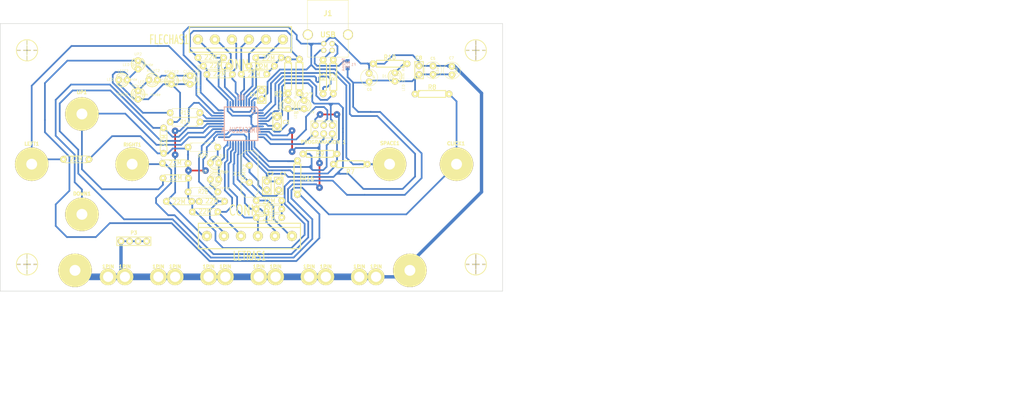
<source format=kicad_pcb>
(kicad_pcb (version 3) (host pcbnew "(22-Jun-2014 BZR 4027)-stable")
  (title_block (title Ajugar) (rev 1.0) (company "Adaptación Ajugar por: Esteban Mena. Tutor: Diego Brengi.") (comment 1 "Diseñado por: Jim Lindblom, Jay Silver, Eric Rosenbaum") (comment 2 https://creativecommons.org/licenses/by-sa/4.0/) (comment 3 "Attribution-ShareAlike 4.0 International (CC BY-SA 4.0)") (comment 4 http://www.lacie-unlam.org/dokuwiki/doku.php?id=ajugar_publico))
  (layers (15 F.Cu signal) (0 B.Cu signal) (18 B.Paste user) (19 F.Paste user) (20 B.SilkS user) (21 F.SilkS user) (22 B.Mask user) (23 F.Mask user) (28 Edge.Cuts user))
  (net 0 "")
  (net 1 B0)
  (net 2 B1)
  (net 3 B2)
  (net 4 B3)
  (net 5 B4)
  (net 6 C6)
  (net 7 C7)
  (net 8 D+)
  (net 9 D-)
  (net 10 D0)
  (net 11 D1)
  (net 12 D2)
  (net 13 D3)
  (net 14 D4)
  (net 15 D5)
  (net 16 D6)
  (net 17 D7)
  (net 18 E6)
  (net 19 GND)
  (net 20 N-0000010)
  (net 21 N-0000015)
  (net 22 N-0000018)
  (net 23 N-0000019)
  (net 24 N-0000024)
  (net 25 N-0000025)
  (net 26 N-0000026)
  (net 27 N-0000031)
  (net 28 N-0000032)
  (net 29 N-0000033)
  (net 30 N-0000034)
  (net 31 N-0000035)
  (net 32 N-0000036)
  (net 33 N-0000037)
  (net 34 N-0000039)
  (net 35 N-0000040)
  (net 36 N-0000041)
  (net 37 N-0000042)
  (net 38 N-0000045)
  (net 39 N-000005)
  (net 40 N-000006)
  (net 41 N-000007)
  (net 42 N-000008)
  (net 43 N-000009)
  (net 44 RESET)
  (net 45 VCC)
  (module TQFP44 (layer B.Cu) (at 141.67 94.92 180)
    (fp_text reference U1 (at 0.07 7.8 180) (layer B.SilkS) (effects (font (size 1.524 1.016) (thickness 0.2032)) (justify mirror)))
    (fp_text value ATMEGA32U4-A (at 0 -1.905 180) (layer B.SilkS) (effects (font (size 1.524 1.016) (thickness 0.2032)) (justify mirror)))
    (pad 39 smd rect (at 0 5.715 180) (size 0.4064 1.524) (layers B.Cu B.Paste B.Mask) (net 41 N-000007))
    (pad 40 smd rect (at -0.8001 5.715 180) (size 0.4064 1.524) (layers B.Cu B.Paste B.Mask) (net 40 N-000006))
    (pad 41 smd rect (at -1.6002 5.715 180) (size 0.4064 1.524) (layers B.Cu B.Paste B.Mask) (net 39 N-000005))
    (pad 42 smd rect (at -2.4003 5.715 180) (size 0.4064 1.524) (layers B.Cu B.Paste B.Mask) (net 34 N-0000039))
    (pad 43 smd rect (at -3.2004 5.715 180) (size 0.4064 1.524) (layers B.Cu B.Paste B.Mask) (net 19 GND))
    (pad 44 smd rect (at -4.0005 5.715 180) (size 0.4064 1.524) (layers B.Cu B.Paste B.Mask) (net 45 VCC))
    (pad 38 smd rect (at 0.8001 5.715 180) (size 0.4064 1.524) (layers B.Cu B.Paste B.Mask) (net 42 N-000008))
    (pad 37 smd rect (at 1.6002 5.715 180) (size 0.4064 1.524) (layers B.Cu B.Paste B.Mask) (net 43 N-000009))
    (pad 36 smd rect (at 2.4003 5.715 180) (size 0.4064 1.524) (layers B.Cu B.Paste B.Mask) (net 20 N-0000010))
    (pad 35 smd rect (at 3.2004 5.715 180) (size 0.4064 1.524) (layers B.Cu B.Paste B.Mask) (net 19 GND))
    (pad 34 smd rect (at 4.0005 5.715 180) (size 0.4064 1.524) (layers B.Cu B.Paste B.Mask) (net 45 VCC))
    (pad 17 smd rect (at 0 -5.715 180) (size 0.4064 1.524) (layers B.Cu B.Paste B.Mask) (net 37 N-0000042))
    (pad 16 smd rect (at -0.8001 -5.715 180) (size 0.4064 1.524) (layers B.Cu B.Paste B.Mask) (net 35 N-0000040))
    (pad 15 smd rect (at -1.6002 -5.715 180) (size 0.4064 1.524) (layers B.Cu B.Paste B.Mask) (net 19 GND))
    (pad 14 smd rect (at -2.4003 -5.715 180) (size 0.4064 1.524) (layers B.Cu B.Paste B.Mask) (net 45 VCC))
    (pad 13 smd rect (at -3.2004 -5.715 180) (size 0.4064 1.524) (layers B.Cu B.Paste B.Mask) (net 44 RESET))
    (pad 12 smd rect (at -4.0005 -5.715 180) (size 0.4064 1.524) (layers B.Cu B.Paste B.Mask) (net 22 N-0000018))
    (pad 18 smd rect (at 0.8001 -5.715 180) (size 0.4064 1.524) (layers B.Cu B.Paste B.Mask) (net 10 D0))
    (pad 19 smd rect (at 1.6002 -5.715 180) (size 0.4064 1.524) (layers B.Cu B.Paste B.Mask) (net 11 D1))
    (pad 20 smd rect (at 2.4003 -5.715 180) (size 0.4064 1.524) (layers B.Cu B.Paste B.Mask) (net 12 D2))
    (pad 21 smd rect (at 3.2004 -5.715 180) (size 0.4064 1.524) (layers B.Cu B.Paste B.Mask) (net 13 D3))
    (pad 22 smd rect (at 4.0005 -5.715 180) (size 0.4064 1.524) (layers B.Cu B.Paste B.Mask) (net 15 D5))
    (pad 6 smd rect (at -5.715 0 180) (size 1.524 0.4064) (layers B.Cu B.Paste B.Mask) (net 36 N-0000041))
    (pad 28 smd rect (at 5.715 0 180) (size 1.524 0.4064) (layers B.Cu B.Paste B.Mask) (net 5 B4))
    (pad 7 smd rect (at -5.715 -0.8001 180) (size 1.524 0.4064) (layers B.Cu B.Paste B.Mask) (net 45 VCC))
    (pad 27 smd rect (at 5.715 -0.8001 180) (size 1.524 0.4064) (layers B.Cu B.Paste B.Mask) (net 17 D7))
    (pad 26 smd rect (at 5.715 -1.6002 180) (size 1.524 0.4064) (layers B.Cu B.Paste B.Mask) (net 16 D6))
    (pad 8 smd rect (at -5.715 -1.6002 180) (size 1.524 0.4064) (layers B.Cu B.Paste B.Mask) (net 1 B0))
    (pad 9 smd rect (at -5.715 -2.4003 180) (size 1.524 0.4064) (layers B.Cu B.Paste B.Mask) (net 2 B1))
    (pad 25 smd rect (at 5.715 -2.4003 180) (size 1.524 0.4064) (layers B.Cu B.Paste B.Mask) (net 14 D4))
    (pad 24 smd rect (at 5.715 -3.2004 180) (size 1.524 0.4064) (layers B.Cu B.Paste B.Mask) (net 45 VCC))
    (pad 10 smd rect (at -5.715 -3.2004 180) (size 1.524 0.4064) (layers B.Cu B.Paste B.Mask) (net 3 B2))
    (pad 11 smd rect (at -5.715 -4.0005 180) (size 1.524 0.4064) (layers B.Cu B.Paste B.Mask) (net 4 B3))
    (pad 23 smd rect (at 5.715 -4.0005 180) (size 1.524 0.4064) (layers B.Cu B.Paste B.Mask) (net 19 GND))
    (pad 29 smd rect (at 5.715 0.8001 180) (size 1.524 0.4064) (layers B.Cu B.Paste B.Mask) (net 23 N-0000019))
    (pad 5 smd rect (at -5.715 0.8001 180) (size 1.524 0.4064) (layers B.Cu B.Paste B.Mask) (net 19 GND))
    (pad 4 smd rect (at -5.715 1.6002 180) (size 1.524 0.4064) (layers B.Cu B.Paste B.Mask) (net 8 D+))
    (pad 30 smd rect (at 5.715 1.6002 180) (size 1.524 0.4064) (layers B.Cu B.Paste B.Mask) (net 31 N-0000035))
    (pad 31 smd rect (at 5.715 2.4003 180) (size 1.524 0.4064) (layers B.Cu B.Paste B.Mask) (net 6 C6))
    (pad 3 smd rect (at -5.715 2.4003 180) (size 1.524 0.4064) (layers B.Cu B.Paste B.Mask) (net 9 D-))
    (pad 2 smd rect (at -5.715 3.2004 180) (size 1.524 0.4064) (layers B.Cu B.Paste B.Mask) (net 45 VCC))
    (pad 32 smd rect (at 5.715 3.2004 180) (size 1.524 0.4064) (layers B.Cu B.Paste B.Mask) (net 7 C7))
    (pad 33 smd rect (at 5.715 4.0005 180) (size 1.524 0.4064) (layers B.Cu B.Paste B.Mask) (net 19 GND))
    (pad 1 smd rect (at -5.715 4.0005 180) (size 1.524 0.4064) (layers B.Cu B.Paste B.Mask) (net 18 E6))
  )
  (module R3 (layer F.Cu) (at 123.16 118.13)
    (fp_text reference R11 hide)
    (fp_text value 22M (at 0 0.127) (layer F.SilkS) (effects (font (size 1.397 1.27) (thickness 0.2032))))
    (pad 1 thru_hole circle (at -3.81 0) (size 2 2) (drill 0.8128) (layers *.Cu *.Mask F.SilkS) (net 6 C6))
    (pad 2 thru_hole circle (at 3.81 0) (size 2 2) (drill 0.8128) (layers *.Cu *.Mask F.SilkS) (net 45 VCC))
  )
  (module R3 (layer F.Cu) (at 145.54 80.08)
    (fp_text reference R22 hide)
    (fp_text value 22M (at 0 0.127) (layer F.SilkS) (effects (font (size 1.397 1.27) (thickness 0.2032))))
    (pad 1 thru_hole circle (at -3.81 0) (size 2 2) (drill 0.8128) (layers *.Cu *.Mask F.SilkS) (net 41 N-000007))
    (pad 2 thru_hole circle (at 3.81 0) (size 2 2) (drill 0.8128) (layers *.Cu *.Mask F.SilkS) (net 45 VCC))
  )
  (module R3 (layer F.Cu) (at 147.83 77.67)
    (fp_text reference R21 hide)
    (fp_text value 22M (at 0 0.127) (layer F.SilkS) (effects (font (size 1.397 1.27) (thickness 0.2032))))
    (pad 1 thru_hole circle (at -3.81 0) (size 2 2) (drill 0.8128) (layers *.Cu *.Mask F.SilkS) (net 40 N-000006))
    (pad 2 thru_hole circle (at 3.81 0) (size 2 2) (drill 0.8128) (layers *.Cu *.Mask F.SilkS) (net 45 VCC))
  )
  (module R3 (layer F.Cu) (at 149.88 75.17)
    (fp_text reference R20 hide)
    (fp_text value 22M (at 0 0.127) (layer F.SilkS) (effects (font (size 1.397 1.27) (thickness 0.2032))))
    (pad 1 thru_hole circle (at -3.81 0) (size 2 2) (drill 0.8128) (layers *.Cu *.Mask F.SilkS) (net 39 N-000005))
    (pad 2 thru_hole circle (at 3.81 0) (size 2 2) (drill 0.8128) (layers *.Cu *.Mask F.SilkS) (net 45 VCC))
  )
  (module R3 (layer F.Cu) (at 132.94 118.13 180)
    (fp_text reference R19 hide)
    (fp_text value 22M (at 0 0.127 180) (layer F.SilkS) (effects (font (size 1.397 1.27) (thickness 0.2032))))
    (pad 1 thru_hole circle (at -3.81 0 180) (size 2 2) (drill 0.8128) (layers *.Cu *.Mask F.SilkS) (net 14 D4))
    (pad 2 thru_hole circle (at 3.81 0 180) (size 2 2) (drill 0.8128) (layers *.Cu *.Mask F.SilkS) (net 45 VCC))
  )
  (module R3 (layer F.Cu) (at 130.93 121.26 180)
    (fp_text reference R18 hide)
    (fp_text value 22M (at 0 0.127 180) (layer F.SilkS) (effects (font (size 1.397 1.27) (thickness 0.2032))))
    (pad 1 thru_hole circle (at -3.81 0 180) (size 2 2) (drill 0.8128) (layers *.Cu *.Mask F.SilkS) (net 13 D3))
    (pad 2 thru_hole circle (at 3.81 0 180) (size 2 2) (drill 0.8128) (layers *.Cu *.Mask F.SilkS) (net 45 VCC))
  )
  (module R3 (layer F.Cu) (at 150.01 122.96)
    (fp_text reference R17 hide)
    (fp_text value 22M (at 0 0.127) (layer F.SilkS) (effects (font (size 1.397 1.27) (thickness 0.2032))))
    (pad 1 thru_hole circle (at -3.81 0) (size 2 2) (drill 0.8128) (layers *.Cu *.Mask F.SilkS) (net 12 D2))
    (pad 2 thru_hole circle (at 3.81 0) (size 2 2) (drill 0.8128) (layers *.Cu *.Mask F.SilkS) (net 45 VCC))
  )
  (module R3 (layer F.Cu) (at 150.01 120.4)
    (fp_text reference R13 hide)
    (fp_text value 22M (at 0 0.127) (layer F.SilkS) (effects (font (size 1.397 1.27) (thickness 0.2032))))
    (pad 1 thru_hole circle (at -3.81 0) (size 2 2) (drill 0.8128) (layers *.Cu *.Mask F.SilkS) (net 11 D1))
    (pad 2 thru_hole circle (at 3.81 0) (size 2 2) (drill 0.8128) (layers *.Cu *.Mask F.SilkS) (net 45 VCC))
  )
  (module R3 (layer F.Cu) (at 150.01 117.88)
    (fp_text reference R12 hide)
    (fp_text value 22M (at 0 0.127) (layer F.SilkS) (effects (font (size 1.397 1.27) (thickness 0.2032))))
    (pad 1 thru_hole circle (at -3.81 0) (size 2 2) (drill 0.8128) (layers *.Cu *.Mask F.SilkS) (net 10 D0))
    (pad 2 thru_hole circle (at 3.81 0) (size 2 2) (drill 0.8128) (layers *.Cu *.Mask F.SilkS) (net 45 VCC))
  )
  (module R3 (layer F.Cu) (at 118.54 99.97 90)
    (fp_text reference R5 hide)
    (fp_text value 22M (at 0 0.127 90) (layer F.SilkS) (effects (font (size 1.397 1.27) (thickness 0.2032))))
    (pad 1 thru_hole circle (at -3.81 0 90) (size 2 2) (drill 0.8128) (layers *.Cu *.Mask F.SilkS) (net 45 VCC))
    (pad 2 thru_hole circle (at 3.81 0 90) (size 2 2) (drill 0.8128) (layers *.Cu *.Mask F.SilkS) (net 5 B4))
  )
  (module R3 (layer F.Cu) (at 92.43 105.56 180)
    (fp_text reference R4 hide)
    (fp_text value 22M (at 0 0.127 180) (layer F.SilkS) (effects (font (size 1.397 1.27) (thickness 0.2032))))
    (pad 1 thru_hole circle (at -3.81 0 180) (size 2 2) (drill 0.8128) (layers *.Cu *.Mask F.SilkS) (net 45 VCC))
    (pad 2 thru_hole circle (at 3.81 0 180) (size 2 2) (drill 0.8128) (layers *.Cu *.Mask F.SilkS) (net 7 C7))
  )
  (module R3 (layer F.Cu) (at 122.15 111.17 180)
    (fp_text reference R1 hide)
    (fp_text value 22M (at 0 0.127 180) (layer F.SilkS) (effects (font (size 1.397 1.27) (thickness 0.2032))))
    (pad 1 thru_hole circle (at -3.81 0 180) (size 2 2) (drill 0.8128) (layers *.Cu *.Mask F.SilkS) (net 45 VCC))
    (pad 2 thru_hole circle (at 3.81 0 180) (size 2 2) (drill 0.8128) (layers *.Cu *.Mask F.SilkS) (net 16 D6))
  )
  (module R3 (layer F.Cu) (at 135.25 80.16 180)
    (fp_text reference R23 hide)
    (fp_text value 22M (at 0 0.127 180) (layer F.SilkS) (effects (font (size 1.397 1.27) (thickness 0.2032))))
    (pad 1 thru_hole circle (at -3.81 0 180) (size 2 2) (drill 0.8128) (layers *.Cu *.Mask F.SilkS) (net 42 N-000008))
    (pad 2 thru_hole circle (at 3.81 0 180) (size 2 2) (drill 0.8128) (layers *.Cu *.Mask F.SilkS) (net 45 VCC))
  )
  (module R3 (layer F.Cu) (at 122.02 106.75 180)
    (fp_text reference R6 hide)
    (fp_text value 22M (at 0 0.127 180) (layer F.SilkS) (effects (font (size 1.397 1.27) (thickness 0.2032))))
    (pad 1 thru_hole circle (at -3.81 0 180) (size 2 2) (drill 0.8128) (layers *.Cu *.Mask F.SilkS) (net 45 VCC))
    (pad 2 thru_hole circle (at 3.81 0 180) (size 2 2) (drill 0.8128) (layers *.Cu *.Mask F.SilkS) (net 2 B1))
  )
  (module R3 (layer F.Cu) (at 132.62 75.17 180)
    (fp_text reference R25 hide)
    (fp_text value 22M (at 0 0.127 180) (layer F.SilkS) (effects (font (size 1.397 1.27) (thickness 0.2032))))
    (pad 1 thru_hole circle (at -3.81 0 180) (size 2 2) (drill 0.8128) (layers *.Cu *.Mask F.SilkS) (net 20 N-0000010))
    (pad 2 thru_hole circle (at 3.81 0 180) (size 2 2) (drill 0.8128) (layers *.Cu *.Mask F.SilkS) (net 45 VCC))
  )
  (module R3 (layer F.Cu) (at 134.19 77.64 180)
    (fp_text reference R24 hide)
    (fp_text value 22M (at 0 0.127 180) (layer F.SilkS) (effects (font (size 1.397 1.27) (thickness 0.2032))))
    (pad 1 thru_hole circle (at -3.81 0 180) (size 2 2) (drill 0.8128) (layers *.Cu *.Mask F.SilkS) (net 43 N-000009))
    (pad 2 thru_hole circle (at 3.81 0 180) (size 2 2) (drill 0.8128) (layers *.Cu *.Mask F.SilkS) (net 45 VCC))
  )
  (module LED-3MM (layer F.Cu) (at 110.91 86.32 90)
    (fp_text reference DOWN2 (at 2.72 -0.02 180) (layer F.SilkS) (effects (font (size 0.762 0.762) (thickness 0.0889))))
    (fp_text value "TODOS LED 3mm Verde" (at 0.1 0.08 180) (layer F.SilkS) (effects (font (size 0.762 0.762) (thickness 0.0889))))
    (pad 1 thru_hole circle (at -1.27 0 90) (size 2 2) (drill 0.8128) (layers *.Cu *.Mask F.SilkS) (net 25 N-0000025))
    (pad 2 thru_hole circle (at 1.27 0 90) (size 2 2) (drill 0.8128) (layers *.Cu *.Mask F.SilkS) (net 26 N-0000026))
  )
  (module LED-3MM (layer F.Cu) (at 106.41 81.82 180)
    (fp_text reference LEFT2 (at 0 2.68 180) (layer F.SilkS) (effects (font (size 0.762 0.762) (thickness 0.0889))))
    (fp_text value "LED 3mm Verde" (at 0.26 0.13 180) (layer F.SilkS) (effects (font (size 0.762 0.762) (thickness 0.0889))))
    (pad 1 thru_hole circle (at -1.27 0 180) (size 2 2) (drill 0.8128) (layers *.Cu *.Mask F.SilkS) (net 26 N-0000026))
    (pad 2 thru_hole circle (at 1.27 0 180) (size 2 2) (drill 0.8128) (layers *.Cu *.Mask F.SilkS) (net 25 N-0000025))
  )
  (module LED-3MM (layer F.Cu) (at 110.91 77.32 90)
    (fp_text reference UP2 (at 3.21 -0.01 180) (layer F.SilkS) (effects (font (size 0.762 0.762) (thickness 0.0889))))
    (fp_text value "LED 3mm Verde" (at 0.05 -0.04 180) (layer F.SilkS) (effects (font (size 0.762 0.762) (thickness 0.0889))))
    (pad 1 thru_hole circle (at -1.27 0 90) (size 2 2) (drill 0.8128) (layers *.Cu *.Mask F.SilkS) (net 26 N-0000026))
    (pad 2 thru_hole circle (at 1.27 0 90) (size 2 2) (drill 0.8128) (layers *.Cu *.Mask F.SilkS) (net 24 N-0000024))
  )
  (module LED-3MM (layer F.Cu) (at 115.41 81.82 180)
    (fp_text reference RIGHT2 (at -0.03 2.76 180) (layer F.SilkS) (effects (font (size 0.762 0.762) (thickness 0.0889))))
    (fp_text value "LED 3mm Verde" (at 0.01 -0.59 180) (layer F.SilkS) (effects (font (size 0.762 0.762) (thickness 0.0889))))
    (pad 1 thru_hole circle (at -1.27 0 180) (size 2 2) (drill 0.8128) (layers *.Cu *.Mask F.SilkS) (net 24 N-0000024))
    (pad 2 thru_hole circle (at 1.27 0 180) (size 2 2) (drill 0.8128) (layers *.Cu *.Mask F.SilkS) (net 26 N-0000026))
  )
  (module LED-3MM (layer F.Cu) (at 120.91 81.82 270)
    (fp_text reference SPACE2 (at -2.4 0.01 360) (layer F.SilkS) (effects (font (size 0.762 0.762) (thickness 0.0889))))
    (fp_text value "LED 3mm Verde" (at 0.17 -0.17 360) (layer F.SilkS) (effects (font (size 0.762 0.762) (thickness 0.0889))))
    (pad 1 thru_hole circle (at -1.27 0 270) (size 2 2) (drill 0.8128) (layers *.Cu *.Mask F.SilkS) (net 24 N-0000024))
    (pad 2 thru_hole circle (at 1.27 0 270) (size 2 2) (drill 0.8128) (layers *.Cu *.Mask F.SilkS) (net 25 N-0000025))
  )
  (module LED-3MM (layer F.Cu) (at 187.62 80.94 90)
    (fp_text reference D1 (at 0.25 -3.1 180) (layer F.SilkS) (effects (font (size 0.762 0.762) (thickness 0.0889))))
    (fp_text value "LED 3mm Rojo" (at 0 2.54 90) (layer F.SilkS) (effects (font (size 0.762 0.762) (thickness 0.0889))))
    (pad 1 thru_hole circle (at -1.27 0 90) (size 2 2) (drill 0.8128) (layers *.Cu *.Mask F.SilkS) (net 45 VCC))
    (pad 2 thru_hole circle (at 1.27 0 90) (size 2 2) (drill 0.8128) (layers *.Cu *.Mask F.SilkS) (net 21 N-0000015))
  )
  (module LED-3MM (layer F.Cu) (at 155.72 89.18 270)
    (fp_text reference D8 (at 2.33 -2.43 360) (layer F.SilkS) (effects (font (size 0.762 0.762) (thickness 0.0889))))
    (fp_text value "LED 3mm Verde" (at 0 2.54 270) (layer F.SilkS) (effects (font (size 0.762 0.762) (thickness 0.0889))))
    (pad 1 thru_hole circle (at -1.27 0 270) (size 2 2) (drill 0.8128) (layers *.Cu *.Mask F.SilkS) (net 30 N-0000034))
    (pad 2 thru_hole circle (at 1.27 0 270) (size 2 2) (drill 0.8128) (layers *.Cu *.Mask F.SilkS) (net 1 B0))
  )
  (module LED-3MM (layer F.Cu) (at 160.5 89.18 270)
    (fp_text reference D9 (at 2.25 -2.34 360) (layer F.SilkS) (effects (font (size 0.762 0.762) (thickness 0.0889))))
    (fp_text value "LED 3mm Rojo" (at 0 2.54 270) (layer F.SilkS) (effects (font (size 0.762 0.762) (thickness 0.0889))))
    (pad 1 thru_hole circle (at -1.27 0 270) (size 2 2) (drill 0.8128) (layers *.Cu *.Mask F.SilkS) (net 29 N-0000033))
    (pad 2 thru_hole circle (at 1.27 0 270) (size 2 2) (drill 0.8128) (layers *.Cu *.Mask F.SilkS) (net 1 B0))
  )
  (module LED-3MM (layer F.Cu) (at 133.75 111.54)
    (fp_text reference D10 (at 2.57 -2.05) (layer F.SilkS) (effects (font (size 0.762 0.762) (thickness 0.0889))))
    (fp_text value "LED 3mm Verde" (at 0 2.54) (layer F.SilkS) (effects (font (size 0.762 0.762) (thickness 0.0889))))
    (pad 1 thru_hole circle (at -1.27 0) (size 2 2) (drill 0.8128) (layers *.Cu *.Mask F.SilkS) (net 28 N-0000032))
    (pad 2 thru_hole circle (at 1.27 0) (size 2 2) (drill 0.8128) (layers *.Cu *.Mask F.SilkS) (net 15 D5))
  )
  (module LED-3MM (layer F.Cu) (at 133.76 106.61)
    (fp_text reference D11 (at 2.59 -2.12) (layer F.SilkS) (effects (font (size 0.762 0.762) (thickness 0.0889))))
    (fp_text value "LED 3mm Rojo" (at 0 2.54) (layer F.SilkS) (effects (font (size 0.762 0.762) (thickness 0.0889))))
    (pad 1 thru_hole circle (at -1.27 0) (size 2 2) (drill 0.8128) (layers *.Cu *.Mask F.SilkS) (net 27 N-0000031))
    (pad 2 thru_hole circle (at 1.27 0) (size 2 2) (drill 0.8128) (layers *.Cu *.Mask F.SilkS) (net 15 D5))
  )
  (module LED-3MM (layer F.Cu) (at 126.41 81.82 90)
    (fp_text reference CLICK2 (at 2.5 0 180) (layer F.SilkS) (effects (font (size 0.762 0.762) (thickness 0.0889))))
    (fp_text value "LED 3mm Verde" (at 0 2.54 90) (layer F.SilkS) (effects (font (size 0.762 0.762) (thickness 0.0889))))
    (pad 1 thru_hole circle (at -1.27 0 90) (size 2 2) (drill 0.8128) (layers *.Cu *.Mask F.SilkS) (net 25 N-0000025))
    (pad 2 thru_hole circle (at 1.27 0 90) (size 2 2) (drill 0.8128) (layers *.Cu *.Mask F.SilkS) (net 24 N-0000024))
  )
  (module HC-18UV (layer F.Cu) (at 144.19 109.94 270)
    (fp_text reference X1 (at -0.02 3.76 360) (layer F.SilkS) (effects (font (size 1.143 1.27) (thickness 0.1524))))
    (fp_text value 16Mhz (at 0 1.651 270) (layer F.SilkS) (effects (font (size 1.143 1.27) (thickness 0.1524))))
    (pad 1 thru_hole circle (at -2.54 0 270) (size 2 2) (drill 0.8128) (layers *.Cu *.Mask F.SilkS) (net 35 N-0000040))
    (pad 2 thru_hole circle (at 2.54 0 270) (size 2 2) (drill 0.8128) (layers *.Cu *.Mask F.SilkS) (net 37 N-0000042))
  )
  (module C1V5 (layer F.Cu) (at 204.63 79.01 90)
    (fp_text reference C7 (at 3.72 -0.13 180) (layer F.SilkS) (effects (font (size 0.762 0.762) (thickness 0.127))))
    (fp_text value 10uF (at 0 1.27 90) (layer F.SilkS) (effects (font (size 0.762 0.635) (thickness 0.127))))
    (fp_text user + (at -2.286 0 90) (layer F.SilkS) (effects (font (size 0.762 0.762) (thickness 0.2032))))
    (pad 1 thru_hole circle (at -1.27 0 90) (size 2 2) (drill 0.8128) (layers *.Cu *.Mask F.SilkS) (net 45 VCC))
    (pad 2 thru_hole circle (at 1.27 0 90) (size 2 2) (drill 0.8128) (layers *.Cu *.Mask F.SilkS) (net 19 GND))
  )
  (module C1 (layer F.Cu) (at 152.91 113.44 270)
    (fp_text reference C1 (at -3.47 -1.38 360) (layer F.SilkS) (effects (font (size 1.016 1.016) (thickness 0.2032))))
    (fp_text value 22pF hide)
    (pad 1 thru_hole circle (at -1.27 0 270) (size 2 2) (drill 0.8128) (layers *.Cu *.Mask F.SilkS) (net 19 GND))
    (pad 2 thru_hole circle (at 1.27 0 270) (size 2 2) (drill 0.8128) (layers *.Cu *.Mask F.SilkS) (net 37 N-0000042))
  )
  (module C1 (layer F.Cu) (at 152.44 94.26 270)
    (fp_text reference C3 (at 0.18 -2.63 360) (layer F.SilkS) (effects (font (size 1.016 1.016) (thickness 0.2032))))
    (fp_text value 1uF hide)
    (pad 1 thru_hole circle (at -1.27 0 270) (size 2 2) (drill 0.8128) (layers *.Cu *.Mask F.SilkS) (net 19 GND))
    (pad 2 thru_hole circle (at 1.27 0 270) (size 2 2) (drill 0.8128) (layers *.Cu *.Mask F.SilkS) (net 36 N-0000041))
  )
  (module C1 (layer F.Cu) (at 147.82 86.26 90)
    (fp_text reference C4 (at 0.05 -2.55 180) (layer F.SilkS) (effects (font (size 1.016 1.016) (thickness 0.2032))))
    (fp_text value 0.1uF hide)
    (pad 1 thru_hole circle (at -1.27 0 90) (size 2 2) (drill 0.8128) (layers *.Cu *.Mask F.SilkS) (net 19 GND))
    (pad 2 thru_hole circle (at 1.27 0 90) (size 2 2) (drill 0.8128) (layers *.Cu *.Mask F.SilkS) (net 34 N-0000039))
  )
  (module C1 (layer F.Cu) (at 149.35 113.42 270)
    (fp_text reference C2 (at -3.5 -1.08 360) (layer F.SilkS) (effects (font (size 1.016 1.016) (thickness 0.2032))))
    (fp_text value 22pF hide)
    (pad 1 thru_hole circle (at -1.27 0 270) (size 2 2) (drill 0.8128) (layers *.Cu *.Mask F.SilkS) (net 19 GND))
    (pad 2 thru_hole circle (at 1.27 0 270) (size 2 2) (drill 0.8128) (layers *.Cu *.Mask F.SilkS) (net 35 N-0000040))
  )
  (module C1 (layer F.Cu) (at 194.82 78.89 90)
    (fp_text reference C8 (at 3.68 -0.07 180) (layer F.SilkS) (effects (font (size 1.016 1.016) (thickness 0.2032))))
    (fp_text value 0.1uF hide)
    (pad 1 thru_hole circle (at -1.27 0 90) (size 2 2) (drill 0.8128) (layers *.Cu *.Mask F.SilkS) (net 45 VCC))
    (pad 2 thru_hole circle (at 1.27 0 90) (size 2 2) (drill 0.8128) (layers *.Cu *.Mask F.SilkS) (net 19 GND))
  )
  (module 1pin (layer F.Cu) (at 94.15 92)
    (fp_text reference UP1 (at -0.04 -6.47) (layer F.SilkS) (effects (font (size 1.016 1.016) (thickness 0.254))))
    (fp_text value CONN_1 hide)
    (pad 1 thru_hole circle (at 0 0) (size 10 10) (drill 3.25) (layers *.Cu *.Mask F.SilkS) (net 16 D6))
  )
  (module 1pin (layer F.Cu) (at 79.15 107)
    (fp_text reference LEFT1 (at 0.01 -6.07) (layer F.SilkS) (effects (font (size 1.016 1.016) (thickness 0.254))))
    (fp_text value CONN_1 hide)
    (pad 1 thru_hole circle (at 0 0) (size 10 10) (drill 3.25) (layers *.Cu *.Mask F.SilkS) (net 7 C7))
  )
  (module 1pin (layer F.Cu) (at 94.15 122)
    (fp_text reference DOWN1 (at 0.01 -6.16) (layer F.SilkS) (effects (font (size 1.016 1.016) (thickness 0.254))))
    (fp_text value CONN_1 hide)
    (pad 1 thru_hole circle (at 0 0) (size 10 10) (drill 3.25) (layers *.Cu *.Mask F.SilkS) (net 5 B4))
  )
  (module 1pin (layer F.Cu) (at 109.15 107)
    (fp_text reference RIGHT1 (at 0.06 -5.8) (layer F.SilkS) (effects (font (size 1.016 1.016) (thickness 0.254))))
    (fp_text value CONN_1 hide)
    (pad 1 thru_hole circle (at 0 0) (size 10 10) (drill 3.25) (layers *.Cu *.Mask F.SilkS) (net 2 B1))
  )
  (module 1pin (layer F.Cu) (at 186.02 107)
    (fp_text reference SPACE1 (at 0.08 -6.24) (layer F.SilkS) (effects (font (size 1.016 1.016) (thickness 0.254))))
    (fp_text value CONN_1 hide)
    (pad 1 thru_hole circle (at 0 0) (size 10 10) (drill 3.25) (layers *.Cu *.Mask F.SilkS) (net 18 E6))
  )
  (module 1pin (layer F.Cu) (at 206.02 107)
    (fp_text reference CLICK1 (at -0.18 -6.16) (layer F.SilkS) (effects (font (size 1.016 1.016) (thickness 0.254))))
    (fp_text value CONN_1 hide)
    (pad 1 thru_hole circle (at 0 0) (size 10 10) (drill 3.25) (layers *.Cu *.Mask F.SilkS) (net 17 D7))
  )
  (module LED-0805 (layer B.Cu) (at 173.49 77.25 90)
    (fp_text reference F1 (at 0.02 1.75 180) (layer B.SilkS) (effects (font (size 0.762 0.762) (thickness 0.127)) (justify mirror)))
    (fp_text value 500mA (at 0 -1.27 90) (layer B.SilkS) (effects (font (size 0.762 0.762) (thickness 0.127)) (justify mirror)))
    (pad 1 smd rect (at -1.04902 0 90) (size 1.19888 1.19888) (layers B.Cu B.Paste B.Mask) (net 45 VCC))
    (pad 2 smd rect (at 1.04902 0 90) (size 1.19888 1.19888) (layers B.Cu B.Paste B.Mask) (net 38 N-0000045))
  )
  (module R4 (layer F.Cu) (at 158.5 111.02 270)
    (fp_text reference R16 (at 0.29 -3.22 360) (layer F.SilkS) (effects (font (size 1.397 1.27) (thickness 0.2032))))
    (fp_text value 330R hide)
    (pad 1 thru_hole circle (at -5.08 0 270) (size 2 2) (drill 0.8128) (layers *.Cu *.Mask F.SilkS) (net 22 N-0000018))
    (pad 2 thru_hole circle (at 5.08 0 270) (size 2 2) (drill 0.8128) (layers *.Cu *.Mask F.SilkS) (net 24 N-0000024))
  )
  (module 1pin (layer F.Cu) (at 151.98 140.69)
    (fp_text reference 1PIN (at 0 -3.048) (layer F.SilkS) (effects (font (size 1.016 1.016) (thickness 0.254))))
    (fp_text value P*** hide)
    (pad 1 thru_hole circle (at 0 0) (size 5 5) (drill 3.048) (layers *.Cu *.Mask F.SilkS) (net 19 GND))
  )
  (module 1pin (layer F.Cu) (at 146.98 140.69)
    (fp_text reference 1PIN (at 0 -3.048) (layer F.SilkS) (effects (font (size 1.016 1.016) (thickness 0.254))))
    (fp_text value P*** hide)
    (pad 1 thru_hole circle (at 0 0) (size 5 5) (drill 3.048) (layers *.Cu *.Mask F.SilkS) (net 19 GND))
  )
  (module 1pin (layer F.Cu) (at 136.98 140.69)
    (fp_text reference 1PIN (at 0 -3.048) (layer F.SilkS) (effects (font (size 1.016 1.016) (thickness 0.254))))
    (fp_text value P*** hide)
    (pad 1 thru_hole circle (at 0 0) (size 5 5) (drill 3.048) (layers *.Cu *.Mask F.SilkS) (net 19 GND))
  )
  (module 1pin (layer F.Cu) (at 131.98 140.69)
    (fp_text reference 1PIN (at 0 -3.048) (layer F.SilkS) (effects (font (size 1.016 1.016) (thickness 0.254))))
    (fp_text value P*** hide)
    (pad 1 thru_hole circle (at 0 0) (size 5 5) (drill 3.048) (layers *.Cu *.Mask F.SilkS) (net 19 GND))
  )
  (module 1pin (layer F.Cu) (at 121.98 140.69)
    (fp_text reference 1PIN (at 0 -3.048) (layer F.SilkS) (effects (font (size 1.016 1.016) (thickness 0.254))))
    (fp_text value P*** hide)
    (pad 1 thru_hole circle (at 0 0) (size 5 5) (drill 3.048) (layers *.Cu *.Mask F.SilkS) (net 19 GND))
  )
  (module 1pin (layer F.Cu) (at 116.98 140.69)
    (fp_text reference 1PIN (at 0 -3.048) (layer F.SilkS) (effects (font (size 1.016 1.016) (thickness 0.254))))
    (fp_text value P*** hide)
    (pad 1 thru_hole circle (at 0 0) (size 5 5) (drill 3.048) (layers *.Cu *.Mask F.SilkS) (net 19 GND))
  )
  (module 1pin (layer F.Cu) (at 106.99 140.69)
    (fp_text reference 1PIN (at 0 -3.048) (layer F.SilkS) (effects (font (size 1.016 1.016) (thickness 0.254))))
    (fp_text value P*** hide)
    (pad 1 thru_hole circle (at 0 0) (size 5 5) (drill 3.048) (layers *.Cu *.Mask F.SilkS) (net 19 GND))
  )
  (module 1pin (layer F.Cu) (at 101.98 140.69)
    (fp_text reference 1PIN (at 0 -3.048) (layer F.SilkS) (effects (font (size 1.016 1.016) (thickness 0.254))))
    (fp_text value P*** hide)
    (pad 1 thru_hole circle (at 0 0) (size 5 5) (drill 3.048) (layers *.Cu *.Mask F.SilkS) (net 19 GND))
  )
  (module 1pin (layer F.Cu) (at 161.98 140.69)
    (fp_text reference 1PIN (at 0 -3.048) (layer F.SilkS) (effects (font (size 1.016 1.016) (thickness 0.254))))
    (fp_text value P*** hide)
    (pad 1 thru_hole circle (at 0 0) (size 5 5) (drill 3.048) (layers *.Cu *.Mask F.SilkS) (net 19 GND))
  )
  (module 1pin (layer F.Cu) (at 166.98 140.69)
    (fp_text reference 1PIN (at 0 -3.048) (layer F.SilkS) (effects (font (size 1.016 1.016) (thickness 0.254))))
    (fp_text value P*** hide)
    (pad 1 thru_hole circle (at 0 0) (size 5 5) (drill 3.048) (layers *.Cu *.Mask F.SilkS) (net 19 GND))
  )
  (module 1pin (layer F.Cu) (at 176.98 140.69)
    (fp_text reference 1PIN (at 0 -3.048) (layer F.SilkS) (effects (font (size 1.016 1.016) (thickness 0.254))))
    (fp_text value P*** hide)
    (pad 1 thru_hole circle (at 0 0) (size 5 5) (drill 3.048) (layers *.Cu *.Mask F.SilkS) (net 19 GND))
  )
  (module 1pin (layer F.Cu) (at 181.98 140.69)
    (fp_text reference 1PIN (at 0 -3.048) (layer F.SilkS) (effects (font (size 1.016 1.016) (thickness 0.254))))
    (fp_text value P*** hide)
    (pad 1 thru_hole circle (at 0 0) (size 5 5) (drill 3.048) (layers *.Cu *.Mask F.SilkS) (net 19 GND))
  )
  (module MIRE (layer F.Cu) (at 211.76 136.96)
    (fp_text reference MIRE hide)
    (fp_text value * hide)
    (pad "" thru_hole rect (at -1.524 0) (size 2.794 0.254) (drill 0.762) (layers *.Cu *.Mask F.SilkS))
    (pad "" thru_hole rect (at 0 -1.524) (size 0.254 2.794) (drill 0.762) (layers *.Cu *.Mask F.SilkS))
    (pad "" thru_hole circle (at 0 0) (size 0.254 0.254) (drill 0.0508) (layers *.Cu *.Mask))
    (pad "" thru_hole rect (at 0 1.524) (size 0.254 2.794) (drill 0.762) (layers *.Cu *.Mask F.SilkS))
    (pad "" thru_hole rect (at 1.524 0) (size 2.794 0.254) (drill 0.762) (layers *.Cu *.Mask F.SilkS))
  )
  (module MIRE (layer F.Cu) (at 211.76 72.96)
    (fp_text reference MIRE hide)
    (fp_text value * hide)
    (pad "" thru_hole rect (at -1.524 0) (size 2.794 0.254) (drill 0.762) (layers *.Cu *.Mask F.SilkS))
    (pad "" thru_hole rect (at 0 -1.524) (size 0.254 2.794) (drill 0.762) (layers *.Cu *.Mask F.SilkS))
    (pad "" thru_hole circle (at 0 0) (size 0.254 0.254) (drill 0.0508) (layers *.Cu *.Mask))
    (pad "" thru_hole rect (at 0 1.524) (size 0.254 2.794) (drill 0.762) (layers *.Cu *.Mask F.SilkS))
    (pad "" thru_hole rect (at 1.524 0) (size 2.794 0.254) (drill 0.762) (layers *.Cu *.Mask F.SilkS))
  )
  (module MIRE (layer F.Cu) (at 77.76 72.96)
    (fp_text reference MIRE hide)
    (fp_text value * hide)
    (pad "" thru_hole rect (at -1.524 0) (size 2.794 0.254) (drill 0.762) (layers *.Cu *.Mask F.SilkS))
    (pad "" thru_hole rect (at 0 -1.524) (size 0.254 2.794) (drill 0.762) (layers *.Cu *.Mask F.SilkS))
    (pad "" thru_hole circle (at 0 0) (size 0.254 0.254) (drill 0.0508) (layers *.Cu *.Mask))
    (pad "" thru_hole rect (at 0 1.524) (size 0.254 2.794) (drill 0.762) (layers *.Cu *.Mask F.SilkS))
    (pad "" thru_hole rect (at 1.524 0) (size 2.794 0.254) (drill 0.762) (layers *.Cu *.Mask F.SilkS))
  )
  (module MIRE (layer F.Cu) (at 77.76 136.96)
    (fp_text reference MIRE hide)
    (fp_text value * hide)
    (pad "" thru_hole rect (at -1.524 0) (size 2.794 0.254) (drill 0.762) (layers *.Cu *.Mask F.SilkS))
    (pad "" thru_hole rect (at 0 -1.524) (size 0.254 2.794) (drill 0.762) (layers *.Cu *.Mask F.SilkS))
    (pad "" thru_hole circle (at 0 0) (size 0.254 0.254) (drill 0.0508) (layers *.Cu *.Mask))
    (pad "" thru_hole rect (at 0 1.524) (size 0.254 2.794) (drill 0.762) (layers *.Cu *.Mask F.SilkS))
    (pad "" thru_hole rect (at 1.524 0) (size 2.794 0.254) (drill 0.762) (layers *.Cu *.Mask F.SilkS))
  )
  (module pin_array_3x2 (layer F.Cu) (at 166.36 96.64)
    (fp_text reference "PROGRAMACION 1" (at -0.12 3.77) (layer F.SilkS) (effects (font (size 1.016 1.016) (thickness 0.2032))))
    (fp_text value CONN_6 hide)
    (pad 1 thru_hole circle (at -2.54 1.27) (size 2 2) (drill 1.016) (layers *.Cu *.Mask F.SilkS) (net 4 B3))
    (pad 2 thru_hole circle (at -2.54 -1.27) (size 2 2) (drill 1.016) (layers *.Cu *.Mask F.SilkS) (net 45 VCC))
    (pad 3 thru_hole circle (at 0 1.27) (size 2 2) (drill 1.016) (layers *.Cu *.Mask F.SilkS) (net 2 B1))
    (pad 4 thru_hole circle (at 0 -1.27) (size 2 2) (drill 1.016) (layers *.Cu *.Mask F.SilkS) (net 3 B2))
    (pad 5 thru_hole circle (at 2.54 1.27) (size 2 2) (drill 1.016) (layers *.Cu *.Mask F.SilkS) (net 44 RESET))
    (pad 6 thru_hole circle (at 2.54 -1.27) (size 2 2) (drill 1.016) (layers *.Cu *.Mask F.SilkS) (net 19 GND))
  )
  (module bornier6 (layer F.Cu) (at 144.17 128.47 180)
    (fp_text reference LETRAS1 (at -0.06 -5.98 180) (layer F.SilkS) (effects (font (size 2.6162 1.59766) (thickness 0.3048))))
    (fp_text value CONN_6 (at 0 7.62 180) (layer F.SilkS) (effects (font (size 3.05054 2.0955) (thickness 0.3048))))
    (pad 2 thru_hole circle (at -7.62 0 180) (size 3 3) (drill 1.25) (layers *.Cu *.Mask F.SilkS) (net 11 D1))
    (pad 3 thru_hole circle (at -2.54 0 180) (size 3 3) (drill 1.25) (layers *.Cu *.Mask F.SilkS) (net 12 D2))
    (pad 1 thru_hole circle (at -12.7 0 180) (size 3 3) (drill 1.25) (layers *.Cu *.Mask F.SilkS) (net 10 D0))
    (pad 4 thru_hole circle (at 2.54 0 180) (size 3 3) (drill 1.25) (layers *.Cu *.Mask F.SilkS) (net 13 D3))
    (pad 5 thru_hole circle (at 7.62 0 180) (size 3 3) (drill 1.25) (layers *.Cu *.Mask F.SilkS) (net 14 D4))
    (pad 6 thru_hole circle (at 12.7 0 180) (size 3 3) (drill 1.25) (layers *.Cu *.Mask F.SilkS) (net 6 C6))
  )
  (module bornier6 (layer F.Cu) (at 141.48 69.73)
    (fp_text reference FLECHAS1 (at -21.28 0.03) (layer F.SilkS) (effects (font (size 2.6162 1.59766) (thickness 0.3048))))
    (fp_text value CONN_6 (at 0 7.62) (layer F.SilkS) (effects (font (size 3.05054 2.0955) (thickness 0.3048))))
    (pad 2 thru_hole circle (at -7.62 0) (size 3 3) (drill 1.25) (layers *.Cu *.Mask F.SilkS) (net 43 N-000009))
    (pad 3 thru_hole circle (at -2.54 0) (size 3 3) (drill 1.25) (layers *.Cu *.Mask F.SilkS) (net 42 N-000008))
    (pad 1 thru_hole circle (at -12.7 0) (size 3 3) (drill 1.25) (layers *.Cu *.Mask F.SilkS) (net 20 N-0000010))
    (pad 4 thru_hole circle (at 2.54 0) (size 3 3) (drill 1.25) (layers *.Cu *.Mask F.SilkS) (net 41 N-000007))
    (pad 5 thru_hole circle (at 7.62 0) (size 3 3) (drill 1.25) (layers *.Cu *.Mask F.SilkS) (net 40 N-000006))
    (pad 6 thru_hole circle (at 12.7 0) (size 3 3) (drill 1.25) (layers *.Cu *.Mask F.SilkS) (net 39 N-000005))
  )
  (module USB_B (layer F.Cu) (at 167.61 68.27 180)
    (fp_text reference J1 (at 0 6.35 180) (layer F.SilkS) (effects (font (size 1.524 1.524) (thickness 0.3048))))
    (fp_text value USB (at 0 0 180) (layer F.SilkS) (effects (font (size 1.524 1.524) (thickness 0.3048))))
    (pad 1 thru_hole circle (at 1.27 -4.699 180) (size 1.524 1.524) (drill 0.8128) (layers *.Cu *.Mask F.SilkS) (net 38 N-0000045))
    (pad 2 thru_hole circle (at -1.27 -4.699 180) (size 1.524 1.524) (drill 0.8128) (layers *.Cu *.Mask F.SilkS) (net 33 N-0000037))
    (pad 3 thru_hole circle (at -1.27 -2.70002 180) (size 1.524 1.524) (drill 0.8128) (layers *.Cu *.Mask F.SilkS) (net 32 N-0000036))
    (pad 4 thru_hole circle (at 1.27 -2.70002 180) (size 1.524 1.524) (drill 0.8128) (layers *.Cu *.Mask F.SilkS) (net 19 GND))
    (pad "" thru_hole circle (at 5.99948 0 180) (size 3 3) (drill 2.30124) (layers *.Cu *.Mask F.SilkS))
    (pad 6 thru_hole circle (at -5.99948 0 180) (size 3 3) (drill 2.30124) (layers *.Cu *.Mask F.SilkS))
  )
  (module R4 (layer F.Cu) (at 155.72 80.75 270)
    (fp_text reference R26 (at 5.32 2.31 360) (layer F.SilkS) (effects (font (size 1.397 1.27) (thickness 0.2032))))
    (fp_text value 330R hide)
    (pad 1 thru_hole circle (at -5.08 0 270) (size 2 2) (drill 0.8128) (layers *.Cu *.Mask F.SilkS) (net 45 VCC))
    (pad 2 thru_hole circle (at 5.08 0 270) (size 2 2) (drill 0.8128) (layers *.Cu *.Mask F.SilkS) (net 30 N-0000034))
  )
  (module R4 (layer F.Cu) (at 159.1 80.66 270)
    (fp_text reference R27 (at 5.8 -2.16 360) (layer F.SilkS) (effects (font (size 1.397 1.27) (thickness 0.2032))))
    (fp_text value 1K hide)
    (pad 1 thru_hole circle (at -5.08 0 270) (size 2 2) (drill 0.8128) (layers *.Cu *.Mask F.SilkS) (net 45 VCC))
    (pad 2 thru_hole circle (at 5.08 0 270) (size 2 2) (drill 0.8128) (layers *.Cu *.Mask F.SilkS) (net 29 N-0000033))
  )
  (module R4 (layer F.Cu) (at 169.21 80.91 270)
    (fp_text reference R2 (at 0 0 270) (layer F.SilkS) (effects (font (size 1.397 1.27) (thickness 0.2032))))
    (fp_text value 22R hide)
    (pad 1 thru_hole circle (at -5.08 0 270) (size 2 2) (drill 0.8128) (layers *.Cu *.Mask F.SilkS) (net 32 N-0000036))
    (pad 2 thru_hole circle (at 5.08 0 270) (size 2 2) (drill 0.8128) (layers *.Cu *.Mask F.SilkS) (net 8 D+))
  )
  (module R4 (layer F.Cu) (at 166.17 80.91 270)
    (fp_text reference R3 (at 0 0 270) (layer F.SilkS) (effects (font (size 1.397 1.27) (thickness 0.2032))))
    (fp_text value 22R hide)
    (pad 1 thru_hole circle (at -5.08 0 270) (size 2 2) (drill 0.8128) (layers *.Cu *.Mask F.SilkS) (net 33 N-0000037))
    (pad 2 thru_hole circle (at 5.08 0 270) (size 2 2) (drill 0.8128) (layers *.Cu *.Mask F.SilkS) (net 9 D-))
  )
  (module C1V5 (layer F.Cu) (at 179.91 81.11 90)
    (fp_text reference C6 (at -3.55 0.08 180) (layer F.SilkS) (effects (font (size 0.762 0.762) (thickness 0.127))))
    (fp_text value 1uF (at 0 1.27 90) (layer F.SilkS) (effects (font (size 0.762 0.635) (thickness 0.127))))
    (fp_text user + (at -2.286 0 90) (layer F.SilkS) (effects (font (size 0.762 0.762) (thickness 0.2032))))
    (pad 1 thru_hole circle (at -1.27 0 90) (size 2 2) (drill 0.8128) (layers *.Cu *.Mask F.SilkS) (net 45 VCC))
    (pad 2 thru_hole circle (at 1.27 0 90) (size 2 2) (drill 0.8128) (layers *.Cu *.Mask F.SilkS) (net 19 GND))
  )
  (module R4 (layer F.Cu) (at 186.18 76.98 180)
    (fp_text reference R10 (at 0.08 1.9 180) (layer F.SilkS) (effects (font (size 1.397 1.27) (thickness 0.2032))))
    (fp_text value 1K hide)
    (pad 1 thru_hole circle (at -5.08 0 180) (size 2 2) (drill 0.8128) (layers *.Cu *.Mask F.SilkS) (net 21 N-0000015))
    (pad 2 thru_hole circle (at 5.08 0 180) (size 2 2) (drill 0.8128) (layers *.Cu *.Mask F.SilkS) (net 19 GND))
  )
  (module C1V5 (layer F.Cu) (at 198.99 78.9 90)
    (fp_text reference C5 (at 3.51 -0.03 180) (layer F.SilkS) (effects (font (size 0.762 0.762) (thickness 0.127))))
    (fp_text value 0.1uF (at 0 1.27 90) (layer F.SilkS) (effects (font (size 0.762 0.635) (thickness 0.127))))
    (fp_text user + (at -2.286 0 90) (layer F.SilkS) (effects (font (size 0.762 0.762) (thickness 0.2032))))
    (pad 1 thru_hole circle (at -1.27 0 90) (size 2 2) (drill 0.8128) (layers *.Cu *.Mask F.SilkS) (net 45 VCC))
    (pad 2 thru_hole circle (at 1.27 0 90) (size 2 2) (drill 0.8128) (layers *.Cu *.Mask F.SilkS) (net 19 GND))
  )
  (module R4 (layer F.Cu) (at 198.71 86.01)
    (fp_text reference R8 (at 0.02 -2.02) (layer F.SilkS) (effects (font (size 1.397 1.27) (thickness 0.2032))))
    (fp_text value 22M hide)
    (pad 1 thru_hole circle (at -5.08 0) (size 2 2) (drill 0.8128) (layers *.Cu *.Mask F.SilkS) (net 45 VCC))
    (pad 2 thru_hole circle (at 5.08 0) (size 2 2) (drill 0.8128) (layers *.Cu *.Mask F.SilkS) (net 17 D7))
  )
  (module R4 (layer F.Cu) (at 174.32 107.01)
    (fp_text reference R7 (at -0.01 2.26) (layer F.SilkS) (effects (font (size 1.397 1.27) (thickness 0.2032))))
    (fp_text value 22M hide)
    (pad 1 thru_hole circle (at -5.08 0) (size 2 2) (drill 0.8128) (layers *.Cu *.Mask F.SilkS) (net 45 VCC))
    (pad 2 thru_hole circle (at 5.08 0) (size 2 2) (drill 0.8128) (layers *.Cu *.Mask F.SilkS) (net 18 E6))
  )
  (module R4 (layer F.Cu) (at 165.23 103.93 180)
    (fp_text reference R9 (at 0 0 180) (layer F.SilkS) (effects (font (size 1.397 1.27) (thickness 0.2032))))
    (fp_text value 10K hide)
    (pad 1 thru_hole circle (at -5.08 0 180) (size 2 2) (drill 0.8128) (layers *.Cu *.Mask F.SilkS) (net 45 VCC))
    (pad 2 thru_hole circle (at 5.08 0 180) (size 2 2) (drill 0.8128) (layers *.Cu *.Mask F.SilkS) (net 44 RESET))
  )
  (module R3-5 (layer F.Cu) (at 130.28 101.92)
    (fp_text reference R29 (at -0.03 2.54) (layer F.SilkS) (effects (font (size 1.27 1.016) (thickness 0.1524))))
    (fp_text value 1K hide)
    (pad 1 thru_hole circle (at -4.445 0) (size 2 2) (drill 0.8128) (layers *.Cu *.Mask F.SilkS) (net 45 VCC))
    (pad 2 thru_hole circle (at 4.445 0) (size 2 2) (drill 0.8128) (layers *.Cu *.Mask F.SilkS) (net 27 N-0000031))
  )
  (module R3-5 (layer F.Cu) (at 124.94 91.64 180)
    (fp_text reference R15 (at 0 0 180) (layer F.SilkS) (effects (font (size 1.27 1.016) (thickness 0.1524))))
    (fp_text value 330R hide)
    (pad 1 thru_hole circle (at -4.445 0 180) (size 2 2) (drill 0.8128) (layers *.Cu *.Mask F.SilkS) (net 31 N-0000035))
    (pad 2 thru_hole circle (at 4.445 0 180) (size 2 2) (drill 0.8128) (layers *.Cu *.Mask F.SilkS) (net 26 N-0000026))
  )
  (module R3-5 (layer F.Cu) (at 124.97 94.41 180)
    (fp_text reference R14 (at 0 0 180) (layer F.SilkS) (effects (font (size 1.27 1.016) (thickness 0.1524))))
    (fp_text value 330R hide)
    (pad 1 thru_hole circle (at -4.445 0 180) (size 2 2) (drill 0.8128) (layers *.Cu *.Mask F.SilkS) (net 23 N-0000019))
    (pad 2 thru_hole circle (at 4.445 0 180) (size 2 2) (drill 0.8128) (layers *.Cu *.Mask F.SilkS) (net 25 N-0000025))
  )
  (module R3-5 (layer F.Cu) (at 130.3 115.28)
    (fp_text reference R28 (at 0 0) (layer F.SilkS) (effects (font (size 1.27 1.016) (thickness 0.1524))))
    (fp_text value 330R hide)
    (pad 1 thru_hole circle (at -4.445 0) (size 2 2) (drill 0.8128) (layers *.Cu *.Mask F.SilkS) (net 45 VCC))
    (pad 2 thru_hole circle (at 4.445 0) (size 2 2) (drill 0.8128) (layers *.Cu *.Mask F.SilkS) (net 28 N-0000032))
  )
  (module PIN_ARRAY_4x1 (layer F.Cu) (at 109.65 130.04)
    (fp_text reference P3 (at 0 -2.54) (layer F.SilkS) (effects (font (size 1.016 1.016) (thickness 0.2032))))
    (fp_text value CONN_6 hide)
    (pad 1 thru_hole circle (at -3.81 0) (size 2 2) (drill 1.016) (layers *.Cu *.Mask F.SilkS) (net 19 GND))
    (pad 2 thru_hole circle (at -1.27 0) (size 2 2) (drill 1.016) (layers *.Cu *.Mask F.SilkS) (net 19 GND))
    (pad 3 thru_hole circle (at 1.27 0) (size 2 2) (drill 1.016) (layers *.Cu *.Mask F.SilkS) (net 19 GND))
    (pad 4 thru_hole circle (at 3.81 0) (size 2 2) (drill 1.016) (layers *.Cu *.Mask F.SilkS) (net 19 GND))
  )
  (module 1pin (layer F.Cu) (at 92.09 138.75)
    (fp_text reference 1PIN (at 0 -3.048) (layer F.SilkS) (effects (font (size 1.016 1.016) (thickness 0.254))))
    (fp_text value P*** hide)
    (pad 1 thru_hole circle (at 0 0) (size 10 10) (drill 3.25) (layers *.Cu *.Mask F.SilkS) (net 19 GND))
  )
  (module 1pin (layer F.Cu) (at 192.09 138.75)
    (fp_text reference 1PIN (at 0 -3.048) (layer F.SilkS) (effects (font (size 1.016 1.016) (thickness 0.254))))
    (fp_text value P*** hide)
    (pad 1 thru_hole circle (at 0 0) (size 10 10) (drill 3.25) (layers *.Cu *.Mask F.SilkS) (net 19 GND))
  )
  (target plus (at 375.49 182.68) (size 0.005) (width 0.15) (layer Edge.Cuts))
  (target plus (at 117.84 105.42) (size 0.005) (width 0.15) (layer Edge.Cuts))
  (gr_line (start 219.76 64.96) (end 219.76 144.96) (angle 90) (layer Edge.Cuts) (width 0.15))
  (gr_line (start 69.76 144.96) (end 219.76 144.96) (angle 90) (layer Edge.Cuts) (width 0.15))
  (gr_line (start 69.76 64.96) (end 69.76 144.96) (angle 90) (layer Edge.Cuts) (width 0.15))
  (gr_line (start 69.76 64.96) (end 219.76 64.96) (angle 90) (layer Edge.Cuts) (width 0.15))
  (segment (start 147.385 96.5202) (end 150.894198 96.5202) (width 0.508) (layer B.Cu) (net 1))
  (segment (start 155.72 94.78) (end 153.2 97.3) (width 0.508) (layer B.Cu) (net 1))
  (segment (start 153.2 97.3) (end 151.673998 97.3) (width 0.508) (layer B.Cu) (net 1))
  (segment (start 151.673998 97.3) (end 150.92 96.546002) (width 0.508) (layer B.Cu) (net 1))
  (segment (start 155.72 94.78) (end 155.72 90.45) (width 0.508) (layer B.Cu) (net 1))
  (segment (start 150.894198 96.5202) (end 150.92 96.546002) (width 0.508) (layer B.Cu) (net 1))
  (segment (start 160.5 90.45) (end 155.72 90.45) (width 0.508) (layer B.Cu) (net 1))
  (segment (start 118.21 106.75) (end 118.83 106.75) (width 0.508) (layer B.Cu) (net 2))
  (segment (start 121.8 122.26) (end 122.75 123.21) (width 0.508) (layer B.Cu) (net 2))
  (segment (start 119.92 122.26) (end 121.8 122.26) (width 0.508) (layer B.Cu) (net 2))
  (segment (start 116.29 118.63) (end 119.92 122.26) (width 0.508) (layer B.Cu) (net 2))
  (segment (start 116.29 117.12) (end 116.29 118.63) (width 0.508) (layer B.Cu) (net 2))
  (segment (start 120.82 112.59) (end 116.29 117.12) (width 0.508) (layer B.Cu) (net 2))
  (segment (start 120.82 108.74) (end 120.82 112.59) (width 0.508) (layer B.Cu) (net 2))
  (segment (start 118.83 106.75) (end 120.82 108.74) (width 0.508) (layer B.Cu) (net 2))
  (segment (start 109.15 107) (end 117.96 107) (width 0.508) (layer B.Cu) (net 2))
  (segment (start 117.96 107) (end 118.21 106.75) (width 0.508) (layer B.Cu) (net 2))
  (segment (start 164.54 102.16) (end 164.57 102.16) (width 0.508) (layer B.Cu) (net 2))
  (segment (start 164.57 102.16) (end 165.1 101.63) (width 0.508) (layer B.Cu) (net 2))
  (segment (start 155.46 98.4) (end 156.89 96.97) (width 0.508) (layer B.Cu) (net 2))
  (segment (start 164.54 102.16) (end 165.1 102.72) (width 0.508) (layer B.Cu) (net 2))
  (segment (start 158 102.16) (end 164.54 102.16) (width 0.508) (layer B.Cu) (net 2))
  (segment (start 156.91 103.25) (end 158 102.16) (width 0.508) (layer B.Cu) (net 2))
  (via (at 156.91 103.25) (size 2) (layers F.Cu B.Cu) (net 2))
  (segment (start 156.91 96.99) (end 156.91 103.25) (width 0.508) (layer F.Cu) (net 2))
  (segment (start 156.89 96.97) (end 156.91 96.99) (width 0.508) (layer F.Cu) (net 2))
  (via (at 156.89 96.97) (size 2) (layers F.Cu B.Cu) (net 2))
  (segment (start 166.36 97.91) (end 166.36 99.45) (width 0.508) (layer B.Cu) (net 2))
  (segment (start 165.1 100.71) (end 165.1 101.63) (width 0.508) (layer B.Cu) (net 2))
  (segment (start 166.36 99.45) (end 165.1 100.71) (width 0.508) (layer B.Cu) (net 2))
  (segment (start 165.1 101.63) (end 165.1 102.72) (width 0.508) (layer B.Cu) (net 2))
  (segment (start 165.1 106.67) (end 165.1 114.01) (width 0.508) (layer F.Cu) (net 2))
  (via (at 165.1 106.67) (size 2) (layers F.Cu B.Cu) (net 2))
  (segment (start 165.1 102.72) (end 165.1 106.67) (width 0.508) (layer B.Cu) (net 2))
  (segment (start 155.696002 114.413998) (end 155.696002 118.166002) (width 0.508) (layer B.Cu) (net 2))
  (segment (start 156.73 133.9) (end 149.856844 133.9) (width 0.508) (layer B.Cu) (net 2))
  (segment (start 161.73 128.9) (end 156.73 133.9) (width 0.508) (layer B.Cu) (net 2))
  (segment (start 161.73 124.2) (end 161.73 128.9) (width 0.508) (layer B.Cu) (net 2))
  (segment (start 155.696002 118.166002) (end 161.73 124.2) (width 0.508) (layer B.Cu) (net 2))
  (segment (start 122.75 123.21) (end 125.415992 125.875992) (width 0.508) (layer B.Cu) (net 2))
  (segment (start 157.08 113.03) (end 163.52 113.03) (width 0.508) (layer B.Cu) (net 2))
  (segment (start 155.696002 114.413998) (end 157.08 113.03) (width 0.508) (layer B.Cu) (net 2))
  (segment (start 133.44 133.9) (end 149.856844 133.9) (width 0.508) (layer B.Cu) (net 2))
  (segment (start 125.415992 125.875992) (end 133.44 133.9) (width 0.508) (layer B.Cu) (net 2))
  (segment (start 164.12 113.03) (end 163.52 113.03) (width 0.508) (layer B.Cu) (net 2))
  (segment (start 165.1 114.01) (end 164.12 113.03) (width 0.508) (layer B.Cu) (net 2))
  (via (at 165.1 114.01) (size 2) (layers F.Cu B.Cu) (net 2))
  (segment (start 150.0403 97.3203) (end 147.385 97.3203) (width 0.508) (layer B.Cu) (net 2))
  (segment (start 151.12 98.4) (end 150.0403 97.3203) (width 0.508) (layer B.Cu) (net 2))
  (segment (start 155.46 98.4) (end 151.12 98.4) (width 0.508) (layer B.Cu) (net 2))
  (segment (start 166.36 95.37) (end 166.36 94.54) (width 0.508) (layer B.Cu) (net 3))
  (segment (start 161.07 92.82) (end 161.07 96.66) (width 0.508) (layer B.Cu) (net 3))
  (segment (start 163.97 89.92) (end 161.07 92.82) (width 0.508) (layer B.Cu) (net 3))
  (segment (start 166.45 89.92) (end 163.97 89.92) (width 0.508) (layer B.Cu) (net 3))
  (segment (start 167.44 90.91) (end 166.45 89.92) (width 0.508) (layer B.Cu) (net 3))
  (segment (start 167.44 93.46) (end 167.44 90.91) (width 0.508) (layer B.Cu) (net 3))
  (segment (start 166.36 94.54) (end 167.44 93.46) (width 0.508) (layer B.Cu) (net 3))
  (segment (start 147.385 98.1204) (end 149.1504 98.1204) (width 0.508) (layer B.Cu) (net 3))
  (segment (start 158.11 99.62) (end 161.07 96.66) (width 0.508) (layer B.Cu) (net 3))
  (segment (start 161.07 96.66) (end 161.09 96.64) (width 0.508) (layer B.Cu) (net 3))
  (segment (start 150.65 99.62) (end 158.11 99.62) (width 0.508) (layer B.Cu) (net 3))
  (segment (start 149.1504 98.1204) (end 150.65 99.62) (width 0.508) (layer B.Cu) (net 3))
  (segment (start 163.82 97.91) (end 163.36 97.91) (width 0.508) (layer B.Cu) (net 4))
  (segment (start 148.3905 98.9205) (end 147.385 98.9205) (width 0.508) (layer B.Cu) (net 4))
  (segment (start 150.47 101) (end 148.3905 98.9205) (width 0.508) (layer B.Cu) (net 4))
  (segment (start 160.27 101) (end 150.47 101) (width 0.508) (layer B.Cu) (net 4))
  (segment (start 163.36 97.91) (end 160.27 101) (width 0.508) (layer B.Cu) (net 4))
  (segment (start 118.54 96.16) (end 115.44 96.16) (width 0.508) (layer B.Cu) (net 5))
  (segment (start 86.31 98.493998) (end 86.31 87.79) (width 0.508) (layer B.Cu) (net 5))
  (segment (start 86.31 87.79) (end 90.898156 83.201844) (width 0.508) (layer B.Cu) (net 5))
  (segment (start 90.898156 83.201844) (end 102.481844 83.201844) (width 0.508) (layer B.Cu) (net 5))
  (segment (start 94.15 114.57) (end 91.98 112.4) (width 0.508) (layer B.Cu) (net 5))
  (segment (start 91.98 112.4) (end 91.98 104.163998) (width 0.508) (layer B.Cu) (net 5))
  (segment (start 91.98 104.163998) (end 86.31 98.493998) (width 0.508) (layer B.Cu) (net 5))
  (segment (start 94.15 114.57) (end 94.15 122) (width 0.508) (layer B.Cu) (net 5))
  (segment (start 115.44 96.16) (end 102.481844 83.201844) (width 0.508) (layer B.Cu) (net 5))
  (segment (start 123.056844 98.83) (end 121.21 98.83) (width 0.508) (layer B.Cu) (net 5))
  (segment (start 121.21 98.83) (end 118.54 96.16) (width 0.508) (layer B.Cu) (net 5))
  (segment (start 135.955 94.92) (end 131.573156 94.92) (width 0.508) (layer B.Cu) (net 5))
  (segment (start 130.313156 96.18) (end 131.016578 95.476578) (width 0.508) (layer B.Cu) (net 5))
  (segment (start 123.056844 98.83) (end 125.706844 96.18) (width 0.508) (layer B.Cu) (net 5))
  (segment (start 125.706844 96.18) (end 130.313156 96.18) (width 0.508) (layer B.Cu) (net 5))
  (segment (start 131.573156 94.92) (end 131.016578 95.476578) (width 0.508) (layer B.Cu) (net 5))
  (segment (start 127.6 88.68) (end 129.086202 88.68) (width 0.508) (layer B.Cu) (net 6))
  (segment (start 129.086202 88.68) (end 131.54 91.133798) (width 0.508) (layer B.Cu) (net 6))
  (segment (start 119.35 118.13) (end 120.03 118.13) (width 0.508) (layer B.Cu) (net 6))
  (segment (start 130.37 128.47) (end 131.47 128.47) (width 0.508) (layer B.Cu) (net 6))
  (segment (start 120.03 118.13) (end 130.37 128.47) (width 0.508) (layer B.Cu) (net 6))
  (segment (start 121.99 104.19) (end 121.99 115.49) (width 0.508) (layer B.Cu) (net 6))
  (segment (start 132.925902 92.5197) (end 132.71 92.303798) (width 0.508) (layer B.Cu) (net 6))
  (segment (start 123.39 97.06) (end 121.98 97.06) (width 0.508) (layer B.Cu) (net 6))
  (segment (start 123.39 97.06) (end 126.08 94.37) (width 0.508) (layer B.Cu) (net 6))
  (segment (start 126.08 94.37) (end 126.08 90.2) (width 0.508) (layer B.Cu) (net 6))
  (segment (start 126.08 90.2) (end 127.6 88.68) (width 0.508) (layer B.Cu) (net 6))
  (segment (start 131.54 91.133798) (end 132.71 92.303798) (width 0.508) (layer B.Cu) (net 6))
  (segment (start 135.955 92.5197) (end 132.925902 92.5197) (width 0.508) (layer B.Cu) (net 6))
  (via (at 121.99 104.19) (size 2) (layers F.Cu B.Cu) (net 6))
  (segment (start 121.99 97.07) (end 121.99 104.19) (width 0.508) (layer F.Cu) (net 6))
  (segment (start 121.98 97.06) (end 121.99 97.07) (width 0.508) (layer F.Cu) (net 6))
  (via (at 121.98 97.06) (size 2) (layers F.Cu B.Cu) (net 6))
  (segment (start 121.99 115.49) (end 119.35 118.13) (width 0.508) (layer B.Cu) (net 6))
  (segment (start 116.85 71.67) (end 120.09 71.67) (width 0.508) (layer B.Cu) (net 7))
  (segment (start 120.09 71.67) (end 128.32 79.9) (width 0.508) (layer B.Cu) (net 7))
  (segment (start 88.62 105.56) (end 80.59 105.56) (width 0.508) (layer B.Cu) (net 7))
  (segment (start 80.59 105.56) (end 79.15 107) (width 0.508) (layer B.Cu) (net 7))
  (segment (start 128.32 83.66) (end 128.32 86.36) (width 0.508) (layer B.Cu) (net 7))
  (segment (start 128.32 86.36) (end 132.91 90.95) (width 0.508) (layer B.Cu) (net 7))
  (segment (start 79.15 107) (end 79.15 83.56) (width 0.508) (layer B.Cu) (net 7))
  (segment (start 79.15 83.56) (end 91.04 71.67) (width 0.508) (layer B.Cu) (net 7))
  (segment (start 133.6796 91.7196) (end 133.68 91.72) (width 0.508) (layer B.Cu) (net 7))
  (segment (start 133.6796 91.7196) (end 135.955 91.7196) (width 0.508) (layer B.Cu) (net 7))
  (segment (start 132.91 90.95) (end 133.68 91.72) (width 0.508) (layer B.Cu) (net 7))
  (segment (start 128.32 79.9) (end 128.32 83.66) (width 0.508) (layer B.Cu) (net 7))
  (segment (start 116.85 71.67) (end 91.04 71.67) (width 0.508) (layer B.Cu) (net 7))
  (segment (start 154.509158 81.773998) (end 162.123998 81.773998) (width 0.508) (layer B.Cu) (net 8))
  (segment (start 150.6 91.79) (end 151.01 91.79) (width 0.508) (layer B.Cu) (net 8))
  (segment (start 147.385 93.3198) (end 149.0702 93.3198) (width 0.508) (layer B.Cu) (net 8))
  (segment (start 151.67 91.13) (end 151.01 91.79) (width 0.508) (layer B.Cu) (net 8))
  (segment (start 152.7 91.13) (end 151.67 91.13) (width 0.508) (layer B.Cu) (net 8))
  (segment (start 152.933998 90.896002) (end 152.933998 83.349158) (width 0.508) (layer B.Cu) (net 8))
  (segment (start 154.509158 81.773998) (end 152.933998 83.349158) (width 0.508) (layer B.Cu) (net 8))
  (segment (start 152.933998 90.896002) (end 152.7 91.13) (width 0.508) (layer B.Cu) (net 8))
  (segment (start 149.0702 93.3198) (end 150.6 91.79) (width 0.508) (layer B.Cu) (net 8))
  (segment (start 167.42 87.78) (end 169.21 85.99) (width 0.508) (layer B.Cu) (net 8))
  (segment (start 165.402004 87.78) (end 167.42 87.78) (width 0.508) (layer B.Cu) (net 8))
  (segment (start 164.13 86.507996) (end 165.402004 87.78) (width 0.508) (layer B.Cu) (net 8))
  (segment (start 164.13 83.78) (end 164.13 86.507996) (width 0.508) (layer B.Cu) (net 8))
  (segment (start 162.123998 81.773998) (end 164.13 83.78) (width 0.508) (layer B.Cu) (net 8))
  (segment (start 168.41 81.58) (end 168.41 82.98) (width 0.508) (layer B.Cu) (net 9))
  (segment (start 166.17 84.19) (end 166.17 85.99) (width 0.508) (layer B.Cu) (net 9))
  (segment (start 166.49 83.87) (end 166.17 84.19) (width 0.508) (layer B.Cu) (net 9))
  (segment (start 167.52 83.87) (end 166.49 83.87) (width 0.508) (layer B.Cu) (net 9))
  (segment (start 168.41 82.98) (end 167.52 83.87) (width 0.508) (layer B.Cu) (net 9))
  (segment (start 154.088316 80.757996) (end 163.657996 80.757996) (width 0.508) (layer B.Cu) (net 9))
  (segment (start 154.088316 80.757996) (end 151.917996 82.928316) (width 0.508) (layer B.Cu) (net 9))
  (segment (start 151.917996 82.928316) (end 151.917996 89.072004) (width 0.508) (layer B.Cu) (net 9))
  (segment (start 148.4703 92.5197) (end 151.917996 89.072004) (width 0.508) (layer B.Cu) (net 9))
  (segment (start 147.385 92.5197) (end 148.4703 92.5197) (width 0.508) (layer B.Cu) (net 9))
  (segment (start 167.63 80.8) (end 168.41 81.58) (width 0.508) (layer B.Cu) (net 9))
  (segment (start 165.31 80.8) (end 167.63 80.8) (width 0.508) (layer B.Cu) (net 9))
  (segment (start 165.02 81.09) (end 165.31 80.8) (width 0.508) (layer B.Cu) (net 9))
  (segment (start 165.02 82.16) (end 165.02 81.09) (width 0.508) (layer B.Cu) (net 9))
  (segment (start 164.7 82.48) (end 165.02 82.16) (width 0.508) (layer B.Cu) (net 9))
  (segment (start 164.42 82.48) (end 164.7 82.48) (width 0.508) (layer B.Cu) (net 9))
  (segment (start 164.08 82.14) (end 164.42 82.48) (width 0.508) (layer B.Cu) (net 9))
  (segment (start 164.08 81.18) (end 164.08 82.14) (width 0.508) (layer B.Cu) (net 9))
  (segment (start 163.657996 80.757996) (end 164.08 81.18) (width 0.508) (layer B.Cu) (net 9))
  (segment (start 146.2 117.88) (end 146.2 117.11) (width 0.508) (layer B.Cu) (net 10))
  (segment (start 140.8699 104.0101) (end 140.653998 104.226002) (width 0.508) (layer B.Cu) (net 10))
  (segment (start 140.653998 104.226002) (end 140.653998 107.45) (width 0.508) (layer B.Cu) (net 10))
  (segment (start 140.653998 111.563998) (end 140.653998 107.45) (width 0.508) (layer B.Cu) (net 10))
  (segment (start 141.97 112.88) (end 140.653998 111.563998) (width 0.508) (layer B.Cu) (net 10))
  (segment (start 140.8699 104.0101) (end 140.8699 100.635) (width 0.508) (layer B.Cu) (net 10))
  (segment (start 146.2 117.11) (end 141.97 112.88) (width 0.508) (layer B.Cu) (net 10))
  (segment (start 156.87 128.47) (end 156.44 128.47) (width 0.508) (layer B.Cu) (net 10))
  (segment (start 149.62 117.88) (end 146.2 117.88) (width 0.508) (layer B.Cu) (net 10))
  (segment (start 151.37 119.63) (end 149.62 117.88) (width 0.508) (layer B.Cu) (net 10))
  (segment (start 151.37 123.4) (end 151.37 119.63) (width 0.508) (layer B.Cu) (net 10))
  (segment (start 156.44 128.47) (end 151.37 123.4) (width 0.508) (layer B.Cu) (net 10))
  (segment (start 146.2 120.4) (end 144.55 120.4) (width 0.508) (layer B.Cu) (net 11))
  (segment (start 140.0698 103.273888) (end 139.886844 103.456844) (width 0.508) (layer B.Cu) (net 11))
  (segment (start 139.656844 103.686844) (end 139.886844 103.456844) (width 0.508) (layer B.Cu) (net 11))
  (segment (start 139.656844 106.836012) (end 139.656844 103.686844) (width 0.508) (layer B.Cu) (net 11))
  (segment (start 139.43 107.062856) (end 139.656844 106.836012) (width 0.508) (layer B.Cu) (net 11))
  (segment (start 140.0698 103.273888) (end 140.0698 100.635) (width 0.508) (layer B.Cu) (net 11))
  (segment (start 139.43 112.83) (end 139.43 107.062856) (width 0.508) (layer B.Cu) (net 11))
  (segment (start 142.78 116.18) (end 139.43 112.83) (width 0.508) (layer B.Cu) (net 11))
  (segment (start 142.78 118.63) (end 142.78 116.18) (width 0.508) (layer B.Cu) (net 11))
  (segment (start 144.55 120.4) (end 142.78 118.63) (width 0.508) (layer B.Cu) (net 11))
  (segment (start 151.79 128.47) (end 151.79 126.87) (width 0.508) (layer B.Cu) (net 11))
  (segment (start 147.45 120.4) (end 146.2 120.4) (width 0.508) (layer B.Cu) (net 11))
  (segment (start 149.24 122.19) (end 147.45 120.4) (width 0.508) (layer B.Cu) (net 11))
  (segment (start 149.24 124.32) (end 149.24 122.19) (width 0.508) (layer B.Cu) (net 11))
  (segment (start 151.79 126.87) (end 149.24 124.32) (width 0.508) (layer B.Cu) (net 11))
  (segment (start 137.916002 106.960842) (end 137.916002 114.216002) (width 0.508) (layer B.Cu) (net 12))
  (segment (start 139.2697 102.637144) (end 139.168422 102.738422) (width 0.508) (layer B.Cu) (net 12))
  (segment (start 138.621994 103.28485) (end 139.168422 102.738422) (width 0.508) (layer B.Cu) (net 12))
  (segment (start 138.621994 106.25485) (end 138.621994 103.28485) (width 0.508) (layer B.Cu) (net 12))
  (segment (start 137.916002 106.960842) (end 138.621994 106.25485) (width 0.508) (layer B.Cu) (net 12))
  (segment (start 139.2697 100.635) (end 139.2697 102.637144) (width 0.508) (layer B.Cu) (net 12))
  (segment (start 142.69 122.96) (end 146.2 122.96) (width 0.508) (layer B.Cu) (net 12))
  (segment (start 140.49 120.76) (end 142.69 122.96) (width 0.508) (layer B.Cu) (net 12))
  (segment (start 140.49 116.79) (end 140.49 120.76) (width 0.508) (layer B.Cu) (net 12))
  (segment (start 137.916002 114.216002) (end 140.49 116.79) (width 0.508) (layer B.Cu) (net 12))
  (segment (start 146.71 128.47) (end 146.71 123.47) (width 0.508) (layer B.Cu) (net 12))
  (segment (start 146.71 123.47) (end 146.2 122.96) (width 0.508) (layer B.Cu) (net 12))
  (segment (start 134.74 121.26) (end 137.28 121.26) (width 0.508) (layer B.Cu) (net 13))
  (segment (start 136.82 114.84) (end 136.82 114.83) (width 0.508) (layer B.Cu) (net 13))
  (segment (start 139.01 117.03) (end 136.82 114.84) (width 0.508) (layer B.Cu) (net 13))
  (segment (start 139.01 119.53) (end 139.01 117.03) (width 0.508) (layer B.Cu) (net 13))
  (segment (start 137.28 121.26) (end 139.01 119.53) (width 0.508) (layer B.Cu) (net 13))
  (segment (start 141.63 128.47) (end 141.63 128.15) (width 0.508) (layer B.Cu) (net 13))
  (segment (start 141.63 128.15) (end 134.74 121.26) (width 0.508) (layer B.Cu) (net 13))
  (segment (start 138.4696 100.635) (end 138.4696 102.0004) (width 0.508) (layer B.Cu) (net 13))
  (segment (start 138.4696 102.0004) (end 138.45 102.02) (width 0.508) (layer B.Cu) (net 13))
  (segment (start 137.605992 102.864008) (end 138.45 102.02) (width 0.508) (layer B.Cu) (net 13))
  (segment (start 137.605992 105.834008) (end 137.605992 102.864008) (width 0.508) (layer B.Cu) (net 13))
  (segment (start 136.82 106.62) (end 137.605992 105.834008) (width 0.508) (layer B.Cu) (net 13))
  (segment (start 136.82 114.83) (end 136.82 106.62) (width 0.508) (layer B.Cu) (net 13))
  (segment (start 135.01 118.13) (end 134.92 118.13) (width 0.508) (layer B.Cu) (net 14))
  (segment (start 136.55 127.48) (end 136.55 128.47) (width 0.508) (layer B.Cu) (net 14))
  (segment (start 132.36 123.29) (end 136.55 127.48) (width 0.508) (layer B.Cu) (net 14))
  (segment (start 132.36 120.69) (end 132.36 123.29) (width 0.508) (layer B.Cu) (net 14))
  (segment (start 134.92 118.13) (end 132.36 120.69) (width 0.508) (layer B.Cu) (net 14))
  (segment (start 136.75 118.13) (end 135.01 118.13) (width 0.508) (layer B.Cu) (net 14))
  (segment (start 134.6297 97.3203) (end 135.955 97.3203) (width 0.508) (layer B.Cu) (net 14))
  (segment (start 134.1797 97.3203) (end 130.87 100.63) (width 0.508) (layer B.Cu) (net 14))
  (segment (start 134.6297 97.3203) (end 134.1797 97.3203) (width 0.508) (layer B.Cu) (net 14))
  (segment (start 129.916002 101.583998) (end 130.87 100.63) (width 0.508) (layer B.Cu) (net 14))
  (segment (start 129.916002 103.596002) (end 129.112004 104.4) (width 0.508) (layer B.Cu) (net 14))
  (segment (start 129.112004 104.4) (end 129.112004 112.232004) (width 0.508) (layer B.Cu) (net 14))
  (segment (start 129.112004 112.232004) (end 131.316002 114.436002) (width 0.508) (layer B.Cu) (net 14))
  (segment (start 129.916002 101.583998) (end 129.916002 103.596002) (width 0.508) (layer B.Cu) (net 14))
  (segment (start 135.01 118.13) (end 131.316002 114.436002) (width 0.508) (layer B.Cu) (net 14))
  (segment (start 137.6695 100.635) (end 137.6695 101.4595) (width 0.508) (layer B.Cu) (net 15))
  (segment (start 137.6695 101.4595) (end 137.68 101.47) (width 0.508) (layer B.Cu) (net 15))
  (segment (start 137.6695 100.635) (end 137.6695 101.033656) (width 0.508) (layer B.Cu) (net 15))
  (segment (start 135.07999 106.61) (end 136.58999 105.1) (width 0.508) (layer B.Cu) (net 15))
  (segment (start 135.07999 106.61) (end 135.01 106.61) (width 0.508) (layer B.Cu) (net 15))
  (segment (start 137.6695 101.033656) (end 137.351578 101.351578) (width 0.508) (layer B.Cu) (net 15))
  (segment (start 135.02 111.54) (end 135.02 106.62) (width 0.508) (layer B.Cu) (net 15))
  (segment (start 135.02 106.62) (end 135.01 106.61) (width 0.508) (layer B.Cu) (net 15))
  (segment (start 136.58999 105.1) (end 136.58999 102.113166) (width 0.508) (layer B.Cu) (net 15))
  (segment (start 136.58999 102.113166) (end 137.351578 101.351578) (width 0.508) (layer B.Cu) (net 15))
  (segment (start 118.34 111.17) (end 118.34 113.18) (width 0.508) (layer B.Cu) (net 16))
  (segment (start 100.12 114.5) (end 94.15 108.53) (width 0.508) (layer B.Cu) (net 16))
  (segment (start 117.02 114.5) (end 100.12 114.5) (width 0.508) (layer B.Cu) (net 16))
  (segment (start 118.34 113.18) (end 117.02 114.5) (width 0.508) (layer B.Cu) (net 16))
  (segment (start 135.955 96.5202) (end 133.275902 96.5202) (width 0.508) (layer B.Cu) (net 16))
  (segment (start 107.09 91.89) (end 116.42 101.22) (width 0.508) (layer B.Cu) (net 16))
  (segment (start 116.42 101.22) (end 123.81 101.22) (width 0.508) (layer B.Cu) (net 16))
  (segment (start 123.81 101.22) (end 126.07 98.96) (width 0.508) (layer B.Cu) (net 16))
  (segment (start 126.07 98.96) (end 130.836102 98.96) (width 0.508) (layer B.Cu) (net 16))
  (segment (start 130.836102 98.96) (end 133.06 96.736102) (width 0.508) (layer B.Cu) (net 16))
  (segment (start 107.09 91.89) (end 94.15 91.89) (width 0.508) (layer B.Cu) (net 16))
  (segment (start 133.275902 96.5202) (end 133.06 96.736102) (width 0.508) (layer B.Cu) (net 16))
  (segment (start 94.15 91.89) (end 94.15 108.53) (width 0.508) (layer B.Cu) (net 16))
  (segment (start 206.02 107) (end 206.02 88.24) (width 0.508) (layer B.Cu) (net 17))
  (segment (start 206.02 88.24) (end 203.79 86.01) (width 0.508) (layer B.Cu) (net 17))
  (segment (start 156.712004 114.83484) (end 156.712004 117.242004) (width 0.508) (layer B.Cu) (net 17))
  (segment (start 157.373998 134.916002) (end 149.856844 134.916002) (width 0.508) (layer B.Cu) (net 17))
  (segment (start 162.95 129.34) (end 157.373998 134.916002) (width 0.508) (layer B.Cu) (net 17))
  (segment (start 162.95 123.48) (end 162.95 129.34) (width 0.508) (layer B.Cu) (net 17))
  (segment (start 156.712004 117.242004) (end 162.95 123.48) (width 0.508) (layer B.Cu) (net 17))
  (segment (start 121.216844 123.48) (end 106.732004 123.48) (width 0.508) (layer B.Cu) (net 17))
  (segment (start 87.522004 88.831684) (end 91.383688 84.97) (width 0.508) (layer B.Cu) (net 17))
  (segment (start 91.383688 84.97) (end 102.65 84.97) (width 0.508) (layer B.Cu) (net 17))
  (segment (start 102.65 84.97) (end 107.52 89.84) (width 0.508) (layer B.Cu) (net 17))
  (segment (start 130.905 97.025) (end 130.905 97.035) (width 0.508) (layer B.Cu) (net 17))
  (segment (start 117.73 100.05) (end 107.52 89.84) (width 0.508) (layer B.Cu) (net 17))
  (segment (start 123.42 100.05) (end 117.73 100.05) (width 0.508) (layer B.Cu) (net 17))
  (segment (start 125.87 97.6) (end 123.42 100.05) (width 0.508) (layer B.Cu) (net 17))
  (segment (start 130.34 97.6) (end 125.87 97.6) (width 0.508) (layer B.Cu) (net 17))
  (segment (start 130.905 97.035) (end 130.34 97.6) (width 0.508) (layer B.Cu) (net 17))
  (segment (start 87.522004 97.152004) (end 93.06 102.69) (width 0.508) (layer B.Cu) (net 17))
  (segment (start 87.522004 88.831684) (end 87.522004 97.152004) (width 0.508) (layer B.Cu) (net 17))
  (segment (start 106.732004 123.48) (end 93.06 109.807996) (width 0.508) (layer B.Cu) (net 17))
  (segment (start 93.06 102.69) (end 93.06 109.807996) (width 0.508) (layer B.Cu) (net 17))
  (segment (start 132.652846 134.916002) (end 149.856844 134.916002) (width 0.508) (layer B.Cu) (net 17))
  (segment (start 121.216844 123.48) (end 132.652846 134.916002) (width 0.508) (layer B.Cu) (net 17))
  (segment (start 156.712004 114.83484) (end 157.500842 114.046002) (width 0.508) (layer B.Cu) (net 17))
  (segment (start 157.500842 114.046002) (end 159.926002 114.046002) (width 0.508) (layer B.Cu) (net 17))
  (segment (start 167.89 122.01) (end 191.01 122.01) (width 0.508) (layer B.Cu) (net 17))
  (segment (start 159.926002 114.046002) (end 167.89 122.01) (width 0.508) (layer B.Cu) (net 17))
  (segment (start 191.01 122.01) (end 206.02 107) (width 0.508) (layer B.Cu) (net 17))
  (segment (start 135.955 95.7201) (end 132.2099 95.7201) (width 0.508) (layer B.Cu) (net 17))
  (segment (start 132.2099 95.7201) (end 130.905 97.025) (width 0.508) (layer B.Cu) (net 17))
  (segment (start 130.905 97.025) (end 130.9 97.03) (width 0.508) (layer B.Cu) (net 17))
  (segment (start 179.4 107.01) (end 186.01 107.01) (width 0.508) (layer B.Cu) (net 18))
  (segment (start 186.01 107.01) (end 186.02 107) (width 0.508) (layer B.Cu) (net 18))
  (segment (start 150.606002 84.42) (end 150.606002 82.803466) (width 0.508) (layer B.Cu) (net 18))
  (segment (start 153.667474 79.741994) (end 154.42 79.741994) (width 0.508) (layer B.Cu) (net 18))
  (segment (start 150.606002 82.803466) (end 153.667474 79.741994) (width 0.508) (layer B.Cu) (net 18))
  (segment (start 177.97 107.01) (end 177 107.01) (width 0.508) (layer B.Cu) (net 18))
  (segment (start 176.97 107.04) (end 175.122004 107.04) (width 0.508) (layer B.Cu) (net 18))
  (segment (start 175.122004 107.04) (end 173.112004 105.03) (width 0.508) (layer B.Cu) (net 18))
  (segment (start 177 107.01) (end 176.97 107.04) (width 0.508) (layer B.Cu) (net 18))
  (segment (start 177.97 107.01) (end 186.01 107.01) (width 0.508) (layer B.Cu) (net 18))
  (segment (start 186.01 107.01) (end 186.02 107) (width 0.508) (layer B.Cu) (net 18))
  (segment (start 169.391994 79.741994) (end 154.42 79.741994) (width 0.508) (layer B.Cu) (net 18))
  (segment (start 173.112004 83.462004) (end 169.391994 79.741994) (width 0.508) (layer B.Cu) (net 18))
  (segment (start 173.112004 105.03) (end 173.112004 83.462004) (width 0.508) (layer B.Cu) (net 18))
  (segment (start 148.0605 90.9195) (end 150.49 88.49) (width 0.508) (layer B.Cu) (net 18))
  (segment (start 148.0605 90.9195) (end 147.385 90.9195) (width 0.508) (layer B.Cu) (net 18))
  (segment (start 150.606002 88.373998) (end 150.49 88.49) (width 0.508) (layer B.Cu) (net 18))
  (segment (start 150.606002 84.42) (end 150.606002 88.373998) (width 0.508) (layer B.Cu) (net 18))
  (segment (start 143.2702 100.635) (end 143.2702 98.8402) (width 0.508) (layer B.Cu) (net 19))
  (segment (start 138.0795 98.9205) (end 135.955 98.9205) (width 0.508) (layer B.Cu) (net 19))
  (segment (start 138.86 98.14) (end 138.0795 98.9205) (width 0.508) (layer B.Cu) (net 19))
  (segment (start 142.57 98.14) (end 138.86 98.14) (width 0.508) (layer B.Cu) (net 19))
  (segment (start 143.2702 98.8402) (end 142.57 98.14) (width 0.508) (layer B.Cu) (net 19))
  (segment (start 101.98 140.69) (end 94.03 140.69) (width 2) (layer B.Cu) (net 19))
  (segment (start 94.03 140.69) (end 92.09 138.75) (width 2) (layer B.Cu) (net 19))
  (segment (start 193.27 136.01) (end 192.71 136.01) (width 0.508) (layer B.Cu) (net 19))
  (segment (start 192.71 136.01) (end 188.03 140.69) (width 0.508) (layer B.Cu) (net 19))
  (segment (start 108.38 130.04) (end 105.84 130.04) (width 0.508) (layer B.Cu) (net 19))
  (segment (start 110.92 130.04) (end 108.38 130.04) (width 0.508) (layer B.Cu) (net 19))
  (segment (start 113.46 130.04) (end 110.92 130.04) (width 0.508) (layer B.Cu) (net 19))
  (segment (start 181.1 76.98) (end 184.48 76.98) (width 0.508) (layer B.Cu) (net 19))
  (segment (start 194.82 76.3) (end 194.82 77.62) (width 0.508) (layer B.Cu) (net 19))
  (segment (start 192.94 74.42) (end 194.82 76.3) (width 0.508) (layer B.Cu) (net 19))
  (segment (start 187.04 74.42) (end 192.94 74.42) (width 0.508) (layer B.Cu) (net 19))
  (segment (start 184.48 76.98) (end 187.04 74.42) (width 0.508) (layer B.Cu) (net 19))
  (segment (start 179.91 77.41) (end 179.91 77.26) (width 0.508) (layer B.Cu) (net 19))
  (segment (start 180.245 76.925) (end 181.1 76.98) (width 0.508) (layer B.Cu) (net 19))
  (segment (start 179.91 77.26) (end 180.245 76.925) (width 0.508) (layer B.Cu) (net 19))
  (segment (start 179.425 76.925) (end 181.045 76.925) (width 0.508) (layer B.Cu) (net 19))
  (segment (start 181.045 76.925) (end 181.1 76.98) (width 0.508) (layer B.Cu) (net 19))
  (segment (start 179.91 79.84) (end 179.91 77.41) (width 0.508) (layer B.Cu) (net 19))
  (segment (start 179.91 77.41) (end 179.425 76.925) (width 0.508) (layer B.Cu) (net 19))
  (segment (start 179.425 76.925) (end 179.41 76.91) (width 0.508) (layer B.Cu) (net 19))
  (segment (start 168.456002 89.47) (end 168.42 89.47) (width 0.508) (layer B.Cu) (net 19))
  (segment (start 168.42 89.47) (end 167.853998 88.903998) (width 0.508) (layer B.Cu) (net 19))
  (segment (start 168.456002 89.47) (end 168.48 89.47) (width 0.508) (layer B.Cu) (net 19))
  (segment (start 168.48 89.47) (end 169.046002 88.903998) (width 0.508) (layer B.Cu) (net 19))
  (segment (start 168.456002 93.556002) (end 168.456002 89.47) (width 0.508) (layer B.Cu) (net 19))
  (segment (start 168.456002 89.47) (end 168.456002 89.206002) (width 0.508) (layer B.Cu) (net 19))
  (segment (start 168.9 94) (end 168.456002 93.556002) (width 0.508) (layer B.Cu) (net 19))
  (segment (start 168.9 95.37) (end 168.9 94) (width 0.508) (layer B.Cu) (net 19))
  (segment (start 168.456002 89.206002) (end 168.45 89.2) (width 0.508) (layer B.Cu) (net 19))
  (segment (start 162.94 87.26) (end 162.94 88.31) (width 0.508) (layer B.Cu) (net 19))
  (segment (start 163.533998 88.903998) (end 167.853998 88.903998) (width 0.508) (layer B.Cu) (net 19))
  (segment (start 162.94 88.31) (end 163.533998 88.903998) (width 0.508) (layer B.Cu) (net 19))
  (segment (start 167.853998 88.903998) (end 169.046002 88.903998) (width 0.508) (layer B.Cu) (net 19))
  (segment (start 170.823998 88.903998) (end 172.096002 90.176002) (width 0.508) (layer B.Cu) (net 19))
  (segment (start 172.096002 108.023998) (end 170.765 109.355) (width 0.508) (layer B.Cu) (net 19))
  (segment (start 172.096002 108.023998) (end 172.096002 97.476002) (width 0.508) (layer B.Cu) (net 19))
  (segment (start 172.096002 90.176002) (end 172.096002 96.303998) (width 0.508) (layer B.Cu) (net 19))
  (segment (start 172.096002 96.303998) (end 172.096002 97.476002) (width 0.508) (layer B.Cu) (net 19))
  (segment (start 169.046002 88.903998) (end 170.823998 88.903998) (width 0.508) (layer B.Cu) (net 19))
  (segment (start 162.64 71.58) (end 162.62 71.58) (width 0.508) (layer B.Cu) (net 19))
  (segment (start 162.62 71.58) (end 162.01002 70.97002) (width 0.508) (layer B.Cu) (net 19))
  (segment (start 162.64 71.58) (end 162.64 71.54) (width 0.508) (layer B.Cu) (net 19))
  (segment (start 162.64 71.54) (end 163.20998 70.97002) (width 0.508) (layer B.Cu) (net 19))
  (segment (start 162.64 77.3) (end 162.64 71.58) (width 0.508) (layer B.Cu) (net 19))
  (segment (start 162.64 71.58) (end 162.64 71.32) (width 0.508) (layer B.Cu) (net 19))
  (segment (start 158.3 68.44) (end 158.3 69.63) (width 0.508) (layer B.Cu) (net 19))
  (segment (start 124.5 69.89) (end 124.5 74.36) (width 0.508) (layer B.Cu) (net 19))
  (segment (start 124.5 69.89) (end 124.5 67.57) (width 0.508) (layer B.Cu) (net 19))
  (segment (start 124.5 67.57) (end 126.06 66.01) (width 0.508) (layer B.Cu) (net 19))
  (segment (start 126.06 66.01) (end 155.87 66.01) (width 0.508) (layer B.Cu) (net 19))
  (segment (start 155.87 66.01) (end 158.3 68.44) (width 0.508) (layer B.Cu) (net 19))
  (segment (start 134.975902 90.9195) (end 134.76 90.703598) (width 0.508) (layer B.Cu) (net 19))
  (segment (start 134.38 90.323598) (end 134.76 90.703598) (width 0.508) (layer B.Cu) (net 19))
  (segment (start 135.955 90.9195) (end 134.975902 90.9195) (width 0.508) (layer B.Cu) (net 19))
  (segment (start 129.6 85.543598) (end 134.38 90.323598) (width 0.508) (layer B.Cu) (net 19))
  (segment (start 129.6 85.543598) (end 129.6 79.46) (width 0.508) (layer B.Cu) (net 19))
  (segment (start 124.5 74.36) (end 129.6 79.46) (width 0.508) (layer B.Cu) (net 19))
  (segment (start 158.3 69.63) (end 159.64002 70.97002) (width 0.508) (layer B.Cu) (net 19))
  (segment (start 159.64002 70.97002) (end 162.01002 70.97002) (width 0.508) (layer B.Cu) (net 19))
  (segment (start 162.01002 70.97002) (end 163.20998 70.97002) (width 0.508) (layer B.Cu) (net 19))
  (segment (start 163.20998 70.97002) (end 166.34 70.97002) (width 0.508) (layer B.Cu) (net 19))
  (segment (start 166.34 70.97002) (end 164.73998 70.97002) (width 0.508) (layer B.Cu) (net 19))
  (segment (start 169.73 69.24) (end 168.07002 69.24) (width 0.508) (layer B.Cu) (net 19))
  (segment (start 168.07002 69.24) (end 166.34 70.97002) (width 0.508) (layer B.Cu) (net 19))
  (segment (start 169.73 69.24) (end 177.4 76.91) (width 0.508) (layer B.Cu) (net 19))
  (segment (start 179.41 76.91) (end 177.4 76.91) (width 0.508) (layer B.Cu) (net 19))
  (segment (start 162.94 85.97) (end 162.94 87.26) (width 0.508) (layer B.Cu) (net 19))
  (segment (start 162.94 87.26) (end 162.94 87.28) (width 0.508) (layer B.Cu) (net 19))
  (segment (start 152.44 92.99) (end 153.29 92.99) (width 0.508) (layer B.Cu) (net 19))
  (segment (start 162.94 84.07) (end 162.94 85.97) (width 0.508) (layer B.Cu) (net 19))
  (segment (start 161.66 82.79) (end 162.94 84.07) (width 0.508) (layer B.Cu) (net 19))
  (segment (start 154.93 82.79) (end 161.66 82.79) (width 0.508) (layer B.Cu) (net 19))
  (segment (start 153.95 83.77) (end 154.93 82.79) (width 0.508) (layer B.Cu) (net 19))
  (segment (start 153.95 92.33) (end 153.95 83.77) (width 0.508) (layer B.Cu) (net 19))
  (segment (start 153.29 92.99) (end 153.95 92.33) (width 0.508) (layer B.Cu) (net 19))
  (segment (start 149.59 85.76) (end 149.59 82.382624) (width 0.508) (layer B.Cu) (net 19))
  (segment (start 153.262624 78.71) (end 161.23 78.71) (width 0.508) (layer B.Cu) (net 19))
  (segment (start 149.59 82.382624) (end 153.262624 78.71) (width 0.508) (layer B.Cu) (net 19))
  (segment (start 181.98 140.69) (end 188.03 140.69) (width 1) (layer B.Cu) (net 19))
  (segment (start 188.03 140.69) (end 188.11 140.69) (width 1) (layer B.Cu) (net 19))
  (segment (start 188.11 140.69) (end 213.48 115.32) (width 1) (layer B.Cu) (net 19))
  (segment (start 174.75 92.6) (end 182.34 92.6) (width 0.508) (layer B.Cu) (net 19))
  (segment (start 162.64 77.3) (end 163.96 78.62) (width 0.508) (layer B.Cu) (net 19))
  (segment (start 174.128006 91.978006) (end 174.75 92.6) (width 0.508) (layer B.Cu) (net 19))
  (segment (start 174.128006 83.041162) (end 174.128006 91.978006) (width 0.508) (layer B.Cu) (net 19))
  (segment (start 169.706844 78.62) (end 174.128006 83.041162) (width 0.508) (layer B.Cu) (net 19))
  (segment (start 163.96 78.62) (end 169.706844 78.62) (width 0.508) (layer B.Cu) (net 19))
  (segment (start 182.34 92.6) (end 193.637996 103.897996) (width 0.508) (layer B.Cu) (net 19))
  (segment (start 173.682846 109.876002) (end 178.220842 114.413998) (width 0.508) (layer B.Cu) (net 19))
  (segment (start 178.220842 114.413998) (end 189.919158 114.413998) (width 0.508) (layer B.Cu) (net 19))
  (segment (start 189.919158 114.413998) (end 193.637996 110.69516) (width 0.508) (layer B.Cu) (net 19))
  (segment (start 193.637996 110.69516) (end 193.637996 103.897996) (width 0.508) (layer B.Cu) (net 19))
  (segment (start 173.682846 109.876002) (end 171.296002 109.876002) (width 0.508) (layer B.Cu) (net 19))
  (segment (start 170.765 109.355) (end 170.775 109.355) (width 0.508) (layer B.Cu) (net 19))
  (segment (start 170.775 109.355) (end 171.296002 109.876002) (width 0.508) (layer B.Cu) (net 19))
  (segment (start 203.57 77.63) (end 203.59 77.61) (width 1) (layer B.Cu) (net 19))
  (segment (start 213.48 115.32) (end 213.48 85.79) (width 1) (layer B.Cu) (net 19))
  (segment (start 213.48 85.79) (end 205.32 77.63) (width 1) (layer B.Cu) (net 19))
  (segment (start 205.32 77.63) (end 203.57 77.63) (width 1) (layer B.Cu) (net 19))
  (segment (start 153.9 109.876002) (end 154.796002 109.876002) (width 0.508) (layer B.Cu) (net 19))
  (segment (start 169.276002 110.81) (end 170.21 109.876002) (width 0.508) (layer B.Cu) (net 19))
  (segment (start 155.73 110.81) (end 169.276002 110.81) (width 0.508) (layer B.Cu) (net 19))
  (segment (start 154.796002 109.876002) (end 155.73 110.81) (width 0.508) (layer B.Cu) (net 19))
  (segment (start 171.296002 109.876002) (end 170.21 109.876002) (width 0.508) (layer B.Cu) (net 19))
  (segment (start 105.82 130.01) (end 105.82 139.52) (width 1) (layer B.Cu) (net 19))
  (segment (start 105.82 139.52) (end 106.99 140.69) (width 1) (layer B.Cu) (net 19))
  (segment (start 151.98 140.69) (end 161.98 140.69) (width 2) (layer B.Cu) (net 19))
  (segment (start 161.98 140.69) (end 166.98 140.69) (width 2) (layer B.Cu) (net 19))
  (segment (start 166.98 140.69) (end 176.98 140.69) (width 2) (layer B.Cu) (net 19))
  (segment (start 176.98 140.69) (end 181.98 140.69) (width 2) (layer B.Cu) (net 19))
  (segment (start 101.98 140.69) (end 106.99 140.69) (width 2) (layer B.Cu) (net 19))
  (segment (start 106.99 140.69) (end 116.98 140.69) (width 2) (layer B.Cu) (net 19))
  (segment (start 116.98 140.69) (end 121.98 140.69) (width 2) (layer B.Cu) (net 19))
  (segment (start 121.98 140.69) (end 131.98 140.69) (width 2) (layer B.Cu) (net 19))
  (segment (start 131.98 140.69) (end 136.98 140.69) (width 2) (layer B.Cu) (net 19))
  (segment (start 136.98 140.69) (end 146.98 140.69) (width 2) (layer B.Cu) (net 19))
  (segment (start 146.98 140.69) (end 151.98 140.69) (width 2) (layer B.Cu) (net 19))
  (segment (start 176.98 140.69) (end 181.98 140.69) (width 0.508) (layer B.Cu) (net 19))
  (segment (start 166.98 140.69) (end 176.98 140.69) (width 0.508) (layer B.Cu) (net 19))
  (segment (start 161.98 140.69) (end 166.98 140.69) (width 0.508) (layer B.Cu) (net 19))
  (segment (start 146.98 140.69) (end 151.98 140.69) (width 0.508) (layer B.Cu) (net 19))
  (segment (start 136.98 140.69) (end 146.98 140.69) (width 0.508) (layer B.Cu) (net 19))
  (segment (start 131.98 140.69) (end 136.98 140.69) (width 0.508) (layer B.Cu) (net 19))
  (segment (start 121.98 140.69) (end 131.98 140.69) (width 0.508) (layer B.Cu) (net 19))
  (segment (start 116.98 140.69) (end 121.98 140.69) (width 0.508) (layer B.Cu) (net 19))
  (segment (start 106.99 140.69) (end 116.98 140.69) (width 0.508) (layer B.Cu) (net 19))
  (segment (start 105.82 139.52) (end 106.99 140.69) (width 0.508) (layer B.Cu) (net 19))
  (segment (start 198.56 77.61) (end 194.83 77.61) (width 0.508) (layer B.Cu) (net 19))
  (segment (start 194.83 77.61) (end 194.82 77.62) (width 0.508) (layer B.Cu) (net 19))
  (segment (start 203.59 77.61) (end 198.56 77.61) (width 0.508) (layer B.Cu) (net 19))
  (segment (start 145.66 87.36) (end 147.65 87.36) (width 0.508) (layer B.Cu) (net 19))
  (segment (start 144.8704 88.1496) (end 145.66 87.36) (width 0.508) (layer B.Cu) (net 19))
  (segment (start 144.8704 89.205) (end 144.8704 88.1496) (width 0.508) (layer B.Cu) (net 19))
  (segment (start 147.65 87.36) (end 147.82 87.53) (width 0.508) (layer B.Cu) (net 19))
  (segment (start 135.955 98.9205) (end 135.0505 98.9205) (width 0.508) (layer B.Cu) (net 19))
  (segment (start 135.0505 98.9205) (end 135.05 98.92) (width 0.508) (layer B.Cu) (net 19))
  (segment (start 138.4696 89.205) (end 138.4696 88.4004) (width 0.508) (layer B.Cu) (net 19))
  (segment (start 138.4696 88.4004) (end 138.47 88.4) (width 0.508) (layer B.Cu) (net 19))
  (segment (start 149.35 110.45) (end 149.54 110.45) (width 0.508) (layer B.Cu) (net 19))
  (segment (start 149.54 110.45) (end 150.113998 109.876002) (width 0.508) (layer B.Cu) (net 19))
  (segment (start 149.35 112.15) (end 149.35 110.45) (width 0.508) (layer B.Cu) (net 19))
  (segment (start 149.35 110.45) (end 149.35 109.903688) (width 0.508) (layer B.Cu) (net 19))
  (segment (start 149.35 109.903688) (end 149.322314 109.876002) (width 0.508) (layer B.Cu) (net 19))
  (segment (start 149.35 112.15) (end 152.89 112.15) (width 0.508) (layer B.Cu) (net 19))
  (segment (start 152.89 112.15) (end 152.91 112.17) (width 0.508) (layer B.Cu) (net 19))
  (segment (start 143.2702 100.635) (end 143.2702 103.823888) (width 0.508) (layer B.Cu) (net 19))
  (segment (start 143.2702 103.823888) (end 143.433556 103.987244) (width 0.508) (layer B.Cu) (net 19))
  (segment (start 149.322314 109.876002) (end 143.433556 103.987244) (width 0.508) (layer B.Cu) (net 19))
  (segment (start 170.243998 109.876002) (end 170.21 109.876002) (width 0.508) (layer B.Cu) (net 19))
  (segment (start 170.765 109.355) (end 170.243998 109.876002) (width 0.508) (layer B.Cu) (net 19))
  (segment (start 153.9 109.876002) (end 150.113998 109.876002) (width 0.508) (layer B.Cu) (net 19))
  (segment (start 150.113998 109.876002) (end 149.322314 109.876002) (width 0.508) (layer B.Cu) (net 19))
  (segment (start 149.59 85.76) (end 147.82 87.53) (width 0.508) (layer B.Cu) (net 19))
  (segment (start 162.64 77.3) (end 161.23 78.71) (width 0.508) (layer B.Cu) (net 19))
  (segment (start 147.385 94.1199) (end 149.8301 94.1199) (width 0.508) (layer B.Cu) (net 19))
  (segment (start 150.96 92.99) (end 152.44 92.99) (width 0.508) (layer B.Cu) (net 19))
  (segment (start 149.8301 94.1199) (end 150.96 92.99) (width 0.508) (layer B.Cu) (net 19))
  (segment (start 144.8704 89.205) (end 144.8704 90.7196) (width 0.508) (layer B.Cu) (net 19))
  (segment (start 138.4696 90.4396) (end 138.4696 89.205) (width 0.508) (layer B.Cu) (net 19))
  (segment (start 139.41 91.38) (end 138.4696 90.4396) (width 0.508) (layer B.Cu) (net 19))
  (segment (start 144.21 91.38) (end 139.41 91.38) (width 0.508) (layer B.Cu) (net 19))
  (segment (start 144.8704 90.7196) (end 144.21 91.38) (width 0.508) (layer B.Cu) (net 19))
  (segment (start 136.43 75.17) (end 134.22 75.17) (width 0.508) (layer B.Cu) (net 20))
  (segment (start 134.22 75.17) (end 128.78 69.73) (width 0.508) (layer B.Cu) (net 20))
  (segment (start 134.97 76.97) (end 134.97 76.63) (width 0.508) (layer B.Cu) (net 20))
  (segment (start 134.97 80.9) (end 134.97 76.97) (width 0.508) (layer B.Cu) (net 20))
  (segment (start 139.2697 88.0697) (end 134.97 83.77) (width 0.508) (layer B.Cu) (net 20))
  (segment (start 139.2697 89.205) (end 139.2697 88.0697) (width 0.508) (layer B.Cu) (net 20))
  (segment (start 134.97 83.77) (end 134.97 80.9) (width 0.508) (layer B.Cu) (net 20))
  (segment (start 134.97 76.63) (end 136.43 75.17) (width 0.508) (layer B.Cu) (net 20))
  (segment (start 191.13 76.98) (end 190.31 76.98) (width 0.508) (layer B.Cu) (net 21))
  (segment (start 190.31 76.98) (end 187.62 79.67) (width 0.508) (layer B.Cu) (net 21))
  (segment (start 155.65 106.09) (end 158.35 106.09) (width 0.508) (layer B.Cu) (net 22))
  (segment (start 158.35 106.09) (end 158.5 105.94) (width 0.508) (layer B.Cu) (net 22))
  (segment (start 145.6705 100.635) (end 145.6705 101.913656) (width 0.508) (layer B.Cu) (net 22))
  (segment (start 149.846844 106.09) (end 147.303422 103.546578) (width 0.508) (layer B.Cu) (net 22))
  (segment (start 149.846844 106.09) (end 155.65 106.09) (width 0.508) (layer B.Cu) (net 22))
  (segment (start 155.65 106.09) (end 157.52 106.09) (width 0.508) (layer B.Cu) (net 22))
  (segment (start 145.6705 101.913656) (end 147.303422 103.546578) (width 0.508) (layer B.Cu) (net 22))
  (segment (start 135.955 94.1199) (end 129.6001 94.1199) (width 0.508) (layer B.Cu) (net 23))
  (segment (start 129.6001 94.1199) (end 129.32 94.4) (width 0.508) (layer B.Cu) (net 23))
  (segment (start 83.1 93.77) (end 83.1 97.46) (width 0.508) (layer B.Cu) (net 24))
  (segment (start 90.42 114.94) (end 86.32 119.04) (width 0.508) (layer B.Cu) (net 24))
  (segment (start 90.42 104.78) (end 90.42 114.94) (width 0.508) (layer B.Cu) (net 24))
  (segment (start 83.1 97.46) (end 90.42 104.78) (width 0.508) (layer B.Cu) (net 24))
  (segment (start 110.91 76.05) (end 89.81 76.05) (width 0.508) (layer B.Cu) (net 24))
  (segment (start 89.81 76.05) (end 83.1 82.76) (width 0.508) (layer B.Cu) (net 24))
  (segment (start 158.5 116.1) (end 159.19 116.1) (width 0.508) (layer B.Cu) (net 24))
  (segment (start 158.19 135.96) (end 150.81 135.96) (width 0.508) (layer B.Cu) (net 24))
  (segment (start 165.07 129.08) (end 158.19 135.96) (width 0.508) (layer B.Cu) (net 24))
  (segment (start 165.07 121.98) (end 165.07 129.08) (width 0.508) (layer B.Cu) (net 24))
  (segment (start 159.19 116.1) (end 165.07 121.98) (width 0.508) (layer B.Cu) (net 24))
  (segment (start 98.31 128.8) (end 89.66 128.8) (width 0.508) (layer B.Cu) (net 24))
  (segment (start 86.32 125.46) (end 86.32 119.04) (width 0.508) (layer B.Cu) (net 24))
  (segment (start 89.66 128.8) (end 86.32 125.46) (width 0.508) (layer B.Cu) (net 24))
  (segment (start 120.94 124.64) (end 102.47 124.64) (width 0.508) (layer B.Cu) (net 24))
  (segment (start 102.47 124.64) (end 98.31 128.8) (width 0.508) (layer B.Cu) (net 24))
  (segment (start 150.81 135.96) (end 132.26 135.96) (width 0.508) (layer B.Cu) (net 24))
  (segment (start 132.26 135.96) (end 120.94 124.64) (width 0.508) (layer B.Cu) (net 24))
  (segment (start 83.1 93.77) (end 83.1 82.76) (width 0.508) (layer B.Cu) (net 24))
  (segment (start 120.91 80.55) (end 126.41 80.55) (width 0.508) (layer B.Cu) (net 24))
  (segment (start 120.91 80.55) (end 117.95 80.55) (width 0.508) (layer B.Cu) (net 24))
  (segment (start 117.95 80.55) (end 116.68 81.82) (width 0.508) (layer B.Cu) (net 24))
  (segment (start 110.91 76.05) (end 111.84 76.05) (width 0.508) (layer B.Cu) (net 24))
  (segment (start 116.68 80.89) (end 116.68 81.82) (width 0.508) (layer B.Cu) (net 24))
  (segment (start 111.84 76.05) (end 116.68 80.89) (width 0.508) (layer B.Cu) (net 24))
  (segment (start 120.525 94.41) (end 121.69 94.41) (width 0.508) (layer B.Cu) (net 25))
  (segment (start 122.54 94.4) (end 123.46 93.48) (width 0.508) (layer B.Cu) (net 25))
  (segment (start 123.46 93.48) (end 123.46 85.64) (width 0.508) (layer B.Cu) (net 25))
  (segment (start 123.46 85.64) (end 120.91 83.09) (width 0.508) (layer B.Cu) (net 25))
  (segment (start 121.7 94.4) (end 122.54 94.4) (width 0.508) (layer B.Cu) (net 25))
  (segment (start 121.69 94.41) (end 121.7 94.4) (width 0.508) (layer B.Cu) (net 25))
  (segment (start 110.91 87.59) (end 109.75 87.59) (width 0.508) (layer B.Cu) (net 25))
  (segment (start 105.14 82.98) (end 105.14 81.82) (width 0.508) (layer B.Cu) (net 25))
  (segment (start 109.75 87.59) (end 105.14 82.98) (width 0.508) (layer B.Cu) (net 25))
  (segment (start 120.91 83.09) (end 118.49 83.09) (width 0.508) (layer B.Cu) (net 25))
  (segment (start 113.99 87.59) (end 110.91 87.59) (width 0.508) (layer B.Cu) (net 25))
  (segment (start 118.49 83.09) (end 113.99 87.59) (width 0.508) (layer B.Cu) (net 25))
  (segment (start 126.41 83.09) (end 120.91 83.09) (width 0.508) (layer B.Cu) (net 25))
  (segment (start 120.495 91.64) (end 112.363156 91.64) (width 0.508) (layer B.Cu) (net 26))
  (segment (start 107.68 80.28) (end 106.86 79.46) (width 0.508) (layer B.Cu) (net 26))
  (segment (start 106.86 79.46) (end 104.18 79.46) (width 0.508) (layer B.Cu) (net 26))
  (segment (start 104.18 79.46) (end 103.35 80.29) (width 0.508) (layer B.Cu) (net 26))
  (segment (start 103.35 80.29) (end 103.35 82.626844) (width 0.508) (layer B.Cu) (net 26))
  (segment (start 103.35 82.626844) (end 112.363156 91.64) (width 0.508) (layer B.Cu) (net 26))
  (segment (start 107.68 80.28) (end 107.68 81.82) (width 0.508) (layer B.Cu) (net 26))
  (segment (start 107.68 81.82) (end 110.91 78.59) (width 0.508) (layer B.Cu) (net 26))
  (segment (start 110.91 85.05) (end 107.68 81.82) (width 0.508) (layer B.Cu) (net 26))
  (segment (start 114.14 81.82) (end 110.91 85.05) (width 0.508) (layer B.Cu) (net 26))
  (segment (start 134.7 101.97) (end 134.7 104.38) (width 0.508) (layer B.Cu) (net 27))
  (segment (start 134.7 104.38) (end 132.47 106.61) (width 0.508) (layer B.Cu) (net 27))
  (segment (start 132.48 111.54) (end 132.48 113.07) (width 0.508) (layer B.Cu) (net 28))
  (segment (start 132.48 113.07) (end 134.59 115.18) (width 0.508) (layer B.Cu) (net 28))
  (segment (start 159.1 85.74) (end 159.1 86.51) (width 0.508) (layer B.Cu) (net 29))
  (segment (start 159.1 86.51) (end 160.5 87.91) (width 0.508) (layer B.Cu) (net 29))
  (segment (start 155.72 85.83) (end 155.72 87.91) (width 0.508) (layer B.Cu) (net 30))
  (segment (start 129.29 91.64) (end 129.67 91.64) (width 0.508) (layer B.Cu) (net 31))
  (segment (start 131.3498 93.3198) (end 135.955 93.3198) (width 0.508) (layer B.Cu) (net 31))
  (segment (start 129.67 91.64) (end 131.3498 93.3198) (width 0.508) (layer B.Cu) (net 31))
  (segment (start 169.21 75.83) (end 169.21 75.19) (width 0.508) (layer B.Cu) (net 32))
  (segment (start 169.66002 70.97002) (end 168.88 70.97002) (width 0.508) (layer B.Cu) (net 32))
  (segment (start 170.46 71.77) (end 169.66002 70.97002) (width 0.508) (layer B.Cu) (net 32))
  (segment (start 170.46 73.94) (end 170.46 71.77) (width 0.508) (layer B.Cu) (net 32))
  (segment (start 169.21 75.19) (end 170.46 73.94) (width 0.508) (layer B.Cu) (net 32))
  (segment (start 166.17 75.83) (end 166.17 75.679) (width 0.508) (layer B.Cu) (net 33))
  (segment (start 166.17 75.679) (end 168.88 72.969) (width 0.508) (layer B.Cu) (net 33))
  (segment (start 144.0703 89.205) (end 144.0703 87.5197) (width 0.508) (layer B.Cu) (net 34))
  (segment (start 146.6 84.99) (end 147.82 84.99) (width 0.508) (layer B.Cu) (net 34))
  (segment (start 144.0703 87.5197) (end 146.6 84.99) (width 0.508) (layer B.Cu) (net 34))
  (segment (start 149.35 114.69) (end 148.23 114.69) (width 0.508) (layer B.Cu) (net 35))
  (segment (start 148.23 114.69) (end 146.79 113.25) (width 0.508) (layer B.Cu) (net 35))
  (segment (start 146.79 113.25) (end 146.79 111.99) (width 0.508) (layer B.Cu) (net 35))
  (segment (start 146.79 111.99) (end 144.19 109.39) (width 0.508) (layer B.Cu) (net 35))
  (segment (start 144.19 109.39) (end 144.19 107.4) (width 0.508) (layer B.Cu) (net 35))
  (segment (start 144.19 106.36) (end 144.19 109.39) (width 0.508) (layer B.Cu) (net 35))
  (segment (start 146.79 113.25) (end 148.23 114.69) (width 0.508) (layer B.Cu) (net 35))
  (segment (start 146.79 111.99) (end 146.79 113.25) (width 0.508) (layer B.Cu) (net 35))
  (segment (start 144.19 109.39) (end 146.79 111.99) (width 0.508) (layer B.Cu) (net 35))
  (segment (start 142.4701 100.635) (end 142.4701 104.6401) (width 0.508) (layer B.Cu) (net 35))
  (segment (start 142.4701 104.6401) (end 144.19 106.36) (width 0.508) (layer B.Cu) (net 35))
  (segment (start 152.44 95.53) (end 149.71 95.53) (width 0.508) (layer B.Cu) (net 36))
  (segment (start 149.1 94.92) (end 147.385 94.92) (width 0.508) (layer B.Cu) (net 36))
  (segment (start 149.71 95.53) (end 149.1 94.92) (width 0.508) (layer B.Cu) (net 36))
  (segment (start 152.91 114.71) (end 152.91 115.77) (width 0.508) (layer B.Cu) (net 37))
  (segment (start 148.22 116.51) (end 144.19 112.48) (width 0.508) (layer B.Cu) (net 37))
  (segment (start 152.17 116.51) (end 148.22 116.51) (width 0.508) (layer B.Cu) (net 37))
  (segment (start 152.91 115.77) (end 152.17 116.51) (width 0.508) (layer B.Cu) (net 37))
  (segment (start 141.67 100.635) (end 141.67 109.96) (width 0.508) (layer B.Cu) (net 37))
  (segment (start 141.67 109.96) (end 144.19 112.48) (width 0.508) (layer B.Cu) (net 37))
  (segment (start 166.34 72.969) (end 165.331 72.969) (width 0.508) (layer B.Cu) (net 38))
  (segment (start 172.28902 76.20098) (end 170.886002 77.603998) (width 0.508) (layer B.Cu) (net 38))
  (segment (start 170.886002 77.603998) (end 164.380842 77.603998) (width 0.508) (layer B.Cu) (net 38))
  (segment (start 164.380842 77.603998) (end 163.656002 76.879158) (width 0.508) (layer B.Cu) (net 38))
  (segment (start 163.656002 76.879158) (end 163.656002 75.58) (width 0.508) (layer B.Cu) (net 38))
  (segment (start 172.28902 76.20098) (end 173.49 76.20098) (width 0.508) (layer B.Cu) (net 38))
  (segment (start 163.656002 74.643998) (end 163.656002 75.58) (width 0.508) (layer B.Cu) (net 38))
  (segment (start 165.331 72.969) (end 163.656002 74.643998) (width 0.508) (layer B.Cu) (net 38))
  (segment (start 146.171578 83.981578) (end 146.171578 75.271578) (width 0.508) (layer B.Cu) (net 39))
  (segment (start 146.171578 75.271578) (end 146.07 75.17) (width 0.508) (layer B.Cu) (net 39))
  (segment (start 146.07 75.17) (end 148.74 75.17) (width 0.508) (layer B.Cu) (net 39))
  (segment (start 148.74 75.17) (end 154.18 69.73) (width 0.508) (layer B.Cu) (net 39))
  (segment (start 146.171578 83.981578) (end 143.551578 86.601578) (width 0.508) (layer B.Cu) (net 39))
  (segment (start 143.2702 86.882956) (end 143.551578 86.601578) (width 0.508) (layer B.Cu) (net 39))
  (segment (start 143.2702 86.882956) (end 143.2702 89.205) (width 0.508) (layer B.Cu) (net 39))
  (segment (start 144.02 77.67) (end 144.02 74.09) (width 0.508) (layer B.Cu) (net 40))
  (segment (start 148.38 69.73) (end 149.1 69.73) (width 0.508) (layer B.Cu) (net 40))
  (segment (start 144.02 74.09) (end 148.38 69.73) (width 0.508) (layer B.Cu) (net 40))
  (segment (start 145.13 83.586312) (end 145.13 78.78) (width 0.508) (layer B.Cu) (net 40))
  (segment (start 145.13 78.78) (end 144.02 77.67) (width 0.508) (layer B.Cu) (net 40))
  (segment (start 145.13 83.586312) (end 145.13 80.9) (width 0.508) (layer B.Cu) (net 40))
  (segment (start 145.13 83.586312) (end 142.47 86.246312) (width 0.508) (layer B.Cu) (net 40))
  (segment (start 142.4701 89.205) (end 142.4701 87.8001) (width 0.508) (layer B.Cu) (net 40))
  (segment (start 142.47 86.246312) (end 142.47 87.8) (width 0.508) (layer B.Cu) (net 40))
  (segment (start 142.4701 87.8001) (end 142.47 87.8) (width 0.508) (layer B.Cu) (net 40))
  (segment (start 141.73 80.08) (end 141.73 72.02) (width 0.508) (layer B.Cu) (net 41))
  (segment (start 141.73 72.02) (end 144.02 69.73) (width 0.508) (layer B.Cu) (net 41))
  (segment (start 141.73 80.08) (end 141.77 80.08) (width 0.508) (layer B.Cu) (net 41))
  (segment (start 141.77 80.08) (end 142.59 80.9) (width 0.508) (layer B.Cu) (net 41))
  (segment (start 141.67 89.205) (end 141.67 85.609468) (width 0.508) (layer B.Cu) (net 41))
  (segment (start 142.59 84.689468) (end 141.751578 85.52789) (width 0.508) (layer B.Cu) (net 41))
  (segment (start 142.59 84.689468) (end 142.59 80.9) (width 0.508) (layer B.Cu) (net 41))
  (segment (start 141.67 85.609468) (end 141.751578 85.52789) (width 0.508) (layer B.Cu) (net 41))
  (segment (start 139.06 80.16) (end 139.06 79.43) (width 0.508) (layer B.Cu) (net 42))
  (segment (start 140.24 71.03) (end 138.94 69.73) (width 0.508) (layer B.Cu) (net 42))
  (segment (start 140.24 78.25) (end 140.24 71.03) (width 0.508) (layer B.Cu) (net 42))
  (segment (start 139.06 79.43) (end 140.24 78.25) (width 0.508) (layer B.Cu) (net 42))
  (segment (start 139.06 80.16) (end 139.06 81.52) (width 0.508) (layer B.Cu) (net 42))
  (segment (start 139.06 81.52) (end 140.05 82.51) (width 0.508) (layer B.Cu) (net 42))
  (segment (start 140.8699 89.205) (end 140.8699 86.3899) (width 0.508) (layer B.Cu) (net 42))
  (segment (start 140.05 85.57) (end 140.05 82.51) (width 0.508) (layer B.Cu) (net 42))
  (segment (start 140.8699 86.3899) (end 140.05 85.57) (width 0.508) (layer B.Cu) (net 42))
  (segment (start 133.86 69.73) (end 134.24 69.73) (width 0.508) (layer B.Cu) (net 43))
  (segment (start 138.61 77.03) (end 138 77.64) (width 0.508) (layer B.Cu) (net 43))
  (segment (start 138.61 74.1) (end 138.61 77.03) (width 0.508) (layer B.Cu) (net 43))
  (segment (start 134.24 69.73) (end 138.61 74.1) (width 0.508) (layer B.Cu) (net 43))
  (segment (start 138 77.64) (end 137.5 77.64) (width 0.508) (layer B.Cu) (net 43))
  (segment (start 140.0698 87.1898) (end 137.51 84.63) (width 0.508) (layer B.Cu) (net 43))
  (segment (start 140.0698 87.1898) (end 140.0698 89.205) (width 0.508) (layer B.Cu) (net 43))
  (segment (start 136.82 83.94) (end 137.51 84.63) (width 0.508) (layer B.Cu) (net 43))
  (segment (start 136.82 78.32) (end 136.82 83.94) (width 0.508) (layer B.Cu) (net 43))
  (segment (start 137.5 77.64) (end 136.82 78.32) (width 0.508) (layer B.Cu) (net 43))
  (segment (start 160.15 103.93) (end 162.11 103.93) (width 0.508) (layer B.Cu) (net 44))
  (segment (start 162.74 104.56) (end 162.74 107.23) (width 0.508) (layer B.Cu) (net 44))
  (segment (start 162.11 103.93) (end 162.74 104.56) (width 0.508) (layer B.Cu) (net 44))
  (segment (start 168.9 97.91) (end 168.9 99.7) (width 0.508) (layer B.Cu) (net 44))
  (segment (start 166.212004 108.777996) (end 167.23 107.76) (width 0.508) (layer B.Cu) (net 44))
  (segment (start 163.067996 108.777996) (end 166.212004 108.777996) (width 0.508) (layer B.Cu) (net 44))
  (segment (start 163.067996 108.777996) (end 162.86 108.57) (width 0.508) (layer B.Cu) (net 44))
  (segment (start 167.23 101.37) (end 167.23 107.76) (width 0.508) (layer B.Cu) (net 44))
  (segment (start 168.9 99.7) (end 167.23 101.37) (width 0.508) (layer B.Cu) (net 44))
  (segment (start 162.74 107.23) (end 162.74 108.44) (width 0.508) (layer B.Cu) (net 44))
  (segment (start 162.86 108.56) (end 162.86 108.57) (width 0.508) (layer B.Cu) (net 44))
  (segment (start 162.74 108.44) (end 162.86 108.56) (width 0.508) (layer B.Cu) (net 44))
  (segment (start 162.126002 107.843998) (end 162.133998 107.843998) (width 0.508) (layer B.Cu) (net 44))
  (segment (start 162.133998 107.843998) (end 162.86 108.57) (width 0.508) (layer B.Cu) (net 44))
  (segment (start 159.51 107.843998) (end 162.126002 107.843998) (width 0.508) (layer B.Cu) (net 44))
  (segment (start 162.126002 107.843998) (end 162.74 107.23) (width 0.508) (layer B.Cu) (net 44))
  (segment (start 144.8704 100.635) (end 144.8704 102.5504) (width 0.508) (layer B.Cu) (net 44))
  (segment (start 159.51 107.843998) (end 150.163998 107.843998) (width 0.508) (layer B.Cu) (net 44))
  (segment (start 150.163998 107.843998) (end 145.18 102.86) (width 0.508) (layer B.Cu) (net 44))
  (segment (start 144.8704 102.5504) (end 145.18 102.86) (width 0.508) (layer B.Cu) (net 44))
  (segment (start 144.16 92.51) (end 144.23 92.51) (width 0.508) (layer B.Cu) (net 45))
  (segment (start 144.23 92.51) (end 144.74 93.02) (width 0.508) (layer B.Cu) (net 45))
  (segment (start 146.06 91.7196) (end 145.4704 91.7196) (width 0.508) (layer B.Cu) (net 45))
  (segment (start 145.45 91.74) (end 145.45 91.71) (width 0.508) (layer B.Cu) (net 45))
  (segment (start 145.4704 91.7196) (end 145.45 91.74) (width 0.508) (layer B.Cu) (net 45))
  (segment (start 144.74 92.51) (end 144.74 93.02) (width 0.508) (layer B.Cu) (net 45))
  (segment (start 144.65 92.51) (end 144.74 92.51) (width 0.508) (layer B.Cu) (net 45))
  (segment (start 144.74 93.02) (end 144.74 95.02) (width 0.508) (layer B.Cu) (net 45))
  (segment (start 144.74 95.02) (end 145.4401 95.7201) (width 0.508) (layer B.Cu) (net 45))
  (segment (start 126.433422 69.136578) (end 126.433422 68.186578) (width 0.508) (layer B.Cu) (net 45))
  (segment (start 156.69 68.55) (end 156.69 69.39) (width 0.508) (layer B.Cu) (net 45))
  (segment (start 155.29 67.15) (end 156.69 68.55) (width 0.508) (layer B.Cu) (net 45))
  (segment (start 127.47 67.15) (end 155.29 67.15) (width 0.508) (layer B.Cu) (net 45))
  (segment (start 126.433422 68.186578) (end 127.47 67.15) (width 0.508) (layer B.Cu) (net 45))
  (segment (start 125.96 111.17) (end 125.96 115.175) (width 0.508) (layer B.Cu) (net 45))
  (segment (start 125.96 115.175) (end 125.855 115.28) (width 0.508) (layer B.Cu) (net 45))
  (segment (start 125.855 115.28) (end 125.855 117.015) (width 0.508) (layer B.Cu) (net 45))
  (segment (start 125.855 117.015) (end 126.97 118.13) (width 0.508) (layer B.Cu) (net 45))
  (segment (start 121.26 102.33) (end 125.425 102.33) (width 0.508) (layer B.Cu) (net 45))
  (segment (start 119.81 103.78) (end 121.26 102.33) (width 0.508) (layer B.Cu) (net 45))
  (segment (start 118.54 103.78) (end 119.81 103.78) (width 0.508) (layer B.Cu) (net 45))
  (segment (start 125.425 102.33) (end 125.835 101.92) (width 0.508) (layer B.Cu) (net 45))
  (segment (start 125.835 101.92) (end 125.835 104.205) (width 0.508) (layer B.Cu) (net 45))
  (segment (start 125.835 104.205) (end 125.83 104.21) (width 0.508) (layer B.Cu) (net 45))
  (segment (start 125.83 104.21) (end 125.83 106.75) (width 0.508) (layer B.Cu) (net 45))
  (segment (start 169.24 107.01) (end 169.24 108.12) (width 0.508) (layer B.Cu) (net 45))
  (segment (start 144.0703 103.187144) (end 144.346578 103.463422) (width 0.508) (layer B.Cu) (net 45))
  (segment (start 149.743156 108.86) (end 144.346578 103.463422) (width 0.508) (layer B.Cu) (net 45))
  (segment (start 155.85 108.86) (end 149.743156 108.86) (width 0.508) (layer B.Cu) (net 45))
  (segment (start 144.0703 103.187144) (end 144.0703 100.635) (width 0.508) (layer B.Cu) (net 45))
  (segment (start 156.386002 108.86) (end 157.32 109.793998) (width 0.508) (layer B.Cu) (net 45))
  (segment (start 157.32 109.793998) (end 167.566002 109.793998) (width 0.508) (layer B.Cu) (net 45))
  (segment (start 155.85 108.86) (end 156.386002 108.86) (width 0.508) (layer B.Cu) (net 45))
  (segment (start 169.24 108.12) (end 167.566002 109.793998) (width 0.508) (layer B.Cu) (net 45))
  (segment (start 170.33 104.18) (end 170.33 105.92) (width 0.508) (layer B.Cu) (net 45))
  (segment (start 170.33 105.92) (end 169.24 107.01) (width 0.508) (layer B.Cu) (net 45))
  (segment (start 193.63 86.01) (end 193.63 81.35) (width 0.508) (layer B.Cu) (net 45))
  (segment (start 193.63 81.35) (end 194.82 80.16) (width 0.508) (layer B.Cu) (net 45))
  (segment (start 156.69 72.14) (end 156.69 73.13) (width 0.508) (layer B.Cu) (net 45))
  (segment (start 156.69 72.14) (end 156.69 69.39) (width 0.508) (layer B.Cu) (net 45))
  (segment (start 155.72 75.67) (end 159.23 75.67) (width 0.508) (layer B.Cu) (net 45))
  (segment (start 156.69 73.13) (end 159.23 75.67) (width 0.508) (layer B.Cu) (net 45))
  (segment (start 153.69 75.17) (end 155.22 75.17) (width 0.508) (layer B.Cu) (net 45))
  (segment (start 155.22 75.17) (end 155.72 75.67) (width 0.508) (layer B.Cu) (net 45))
  (segment (start 126.433422 72.793422) (end 126.433422 69.136578) (width 0.508) (layer B.Cu) (net 45))
  (segment (start 126.433422 72.793422) (end 128.81 75.17) (width 0.508) (layer B.Cu) (net 45))
  (segment (start 131.44 80.16) (end 131.44 78.7) (width 0.508) (layer B.Cu) (net 45))
  (segment (start 131.44 78.7) (end 130.38 77.64) (width 0.508) (layer B.Cu) (net 45))
  (segment (start 128.81 75.17) (end 128.81 76.07) (width 0.508) (layer B.Cu) (net 45))
  (segment (start 128.81 76.07) (end 130.38 77.64) (width 0.508) (layer B.Cu) (net 45))
  (segment (start 131.44 80.16) (end 131.44 81.64) (width 0.508) (layer B.Cu) (net 45))
  (segment (start 131.44 81.64) (end 133.19 83.39) (width 0.508) (layer B.Cu) (net 45))
  (segment (start 118.54 103.78) (end 116.75 103.78) (width 0.508) (layer B.Cu) (net 45))
  (segment (start 103.17 98.63) (end 96.24 105.56) (width 0.508) (layer B.Cu) (net 45))
  (segment (start 111.6 98.63) (end 103.17 98.63) (width 0.508) (layer B.Cu) (net 45))
  (segment (start 116.75 103.78) (end 111.6 98.63) (width 0.508) (layer B.Cu) (net 45))
  (segment (start 151.64 77.67) (end 151.64 77.22) (width 0.508) (layer B.Cu) (net 45))
  (segment (start 151.64 77.22) (end 153.69 75.17) (width 0.508) (layer B.Cu) (net 45))
  (segment (start 149.35 80.08) (end 149.35 79.96) (width 0.508) (layer B.Cu) (net 45))
  (segment (start 149.35 79.96) (end 151.64 77.67) (width 0.508) (layer B.Cu) (net 45))
  (segment (start 153.82 117.88) (end 154.07 117.88) (width 0.508) (layer B.Cu) (net 45))
  (segment (start 154.07 117.88) (end 154.68 117.27) (width 0.508) (layer B.Cu) (net 45))
  (segment (start 153.82 117.88) (end 154.52 117.88) (width 0.508) (layer B.Cu) (net 45))
  (segment (start 154.68 117.72) (end 153.82 117.88) (width 0.508) (layer B.Cu) (net 45))
  (segment (start 154.52 117.88) (end 154.68 117.72) (width 0.508) (layer B.Cu) (net 45))
  (segment (start 153.82 120.4) (end 153.82 117.88) (width 0.508) (layer B.Cu) (net 45))
  (segment (start 153.82 122.96) (end 153.82 120.4) (width 0.508) (layer B.Cu) (net 45))
  (segment (start 126.97 118.13) (end 129.13 118.13) (width 0.508) (layer B.Cu) (net 45))
  (segment (start 127.12 121.26) (end 128.18 121.26) (width 0.508) (layer B.Cu) (net 45))
  (segment (start 136.33 132.09) (end 156.7 132.09) (width 0.508) (layer B.Cu) (net 45))
  (segment (start 134.03 129.79) (end 136.33 132.09) (width 0.508) (layer B.Cu) (net 45))
  (segment (start 134.03 127.11) (end 134.03 129.79) (width 0.508) (layer B.Cu) (net 45))
  (segment (start 128.18 121.26) (end 134.03 127.11) (width 0.508) (layer B.Cu) (net 45))
  (segment (start 127.08 118.94) (end 127.1 118.96) (width 0.508) (layer B.Cu) (net 45))
  (segment (start 139.49 132.11) (end 136.9 132.11) (width 0.508) (layer B.Cu) (net 45))
  (segment (start 141.98 132.11) (end 139.49 132.11) (width 0.508) (layer B.Cu) (net 45))
  (segment (start 144.52 132.11) (end 141.98 132.11) (width 0.508) (layer B.Cu) (net 45))
  (segment (start 147.11 132.11) (end 144.52 132.11) (width 0.508) (layer B.Cu) (net 45))
  (segment (start 147.11 132.11) (end 150.21 132.11) (width 0.508) (layer B.Cu) (net 45))
  (segment (start 154.68 113.64) (end 156.4 111.92) (width 0.508) (layer B.Cu) (net 45))
  (segment (start 154.68 113.64) (end 154.68 117.27) (width 0.508) (layer B.Cu) (net 45))
  (segment (start 178.56 116.19) (end 173.3 116.19) (width 0.508) (layer B.Cu) (net 45))
  (segment (start 175.144008 82.62032) (end 175.144008 89.874008) (width 0.508) (layer B.Cu) (net 45))
  (segment (start 175.144008 89.874008) (end 176.65 91.38) (width 0.508) (layer B.Cu) (net 45))
  (segment (start 176.65 91.38) (end 180.386002 91.38) (width 0.508) (layer B.Cu) (net 45))
  (segment (start 180.386002 91.38) (end 180.38 91.386002) (width 0.508) (layer B.Cu) (net 45))
  (segment (start 180.38 91.386002) (end 183.206002 91.386002) (width 0.508) (layer B.Cu) (net 45))
  (segment (start 183.206002 91.386002) (end 195.603998 103.783998) (width 0.508) (layer B.Cu) (net 45))
  (segment (start 195.603998 103.783998) (end 195.603998 111.156002) (width 0.508) (layer B.Cu) (net 45))
  (segment (start 195.603998 111.156002) (end 190.57 116.19) (width 0.508) (layer B.Cu) (net 45))
  (segment (start 190.57 116.19) (end 178.56 116.19) (width 0.508) (layer B.Cu) (net 45))
  (segment (start 173.3 116.19) (end 169.03 111.92) (width 0.508) (layer B.Cu) (net 45))
  (segment (start 156.4 111.92) (end 169.03 111.92) (width 0.508) (layer B.Cu) (net 45))
  (segment (start 154.68 118.886002) (end 160.66 124.866002) (width 0.508) (layer B.Cu) (net 45))
  (segment (start 154.68 117.27) (end 154.68 118.886002) (width 0.508) (layer B.Cu) (net 45))
  (segment (start 160.66 128.13) (end 156.7 132.09) (width 0.508) (layer B.Cu) (net 45))
  (segment (start 160.66 124.866002) (end 160.66 128.13) (width 0.508) (layer B.Cu) (net 45))
  (segment (start 156.7 132.09) (end 156.68 132.11) (width 0.508) (layer B.Cu) (net 45))
  (segment (start 156.68 132.11) (end 150.21 132.11) (width 0.508) (layer B.Cu) (net 45))
  (segment (start 127.1 121.69) (end 127.08 121.71) (width 0.508) (layer B.Cu) (net 45))
  (segment (start 127.1 118.96) (end 127.1 121.69) (width 0.508) (layer B.Cu) (net 45))
  (segment (start 125.96 111.17) (end 125.96 108.92) (width 0.508) (layer B.Cu) (net 45))
  (segment (start 125.96 108.92) (end 125.97 108.91) (width 0.508) (layer B.Cu) (net 45))
  (segment (start 125.83 106.75) (end 125.83 108.77) (width 0.508) (layer B.Cu) (net 45))
  (segment (start 125.83 108.77) (end 125.97 108.91) (width 0.508) (layer B.Cu) (net 45))
  (via (at 165.27 92.14) (size 2) (layers F.Cu B.Cu) (net 45))
  (segment (start 163.82 93.59) (end 165.27 92.14) (width 0.508) (layer B.Cu) (net 45))
  (segment (start 163.82 95.37) (end 163.82 93.59) (width 0.508) (layer B.Cu) (net 45))
  (segment (start 170.33 100.13) (end 170.9 99.56) (width 0.508) (layer B.Cu) (net 45))
  (segment (start 170.9 99.56) (end 170.9 92.52) (width 0.508) (layer B.Cu) (net 45))
  (segment (start 170.33 100.13) (end 170.33 104.18) (width 0.508) (layer B.Cu) (net 45))
  (segment (start 170.67 92.52) (end 170.9 92.52) (width 0.508) (layer B.Cu) (net 45))
  (segment (start 170.29 92.14) (end 170.67 92.52) (width 0.508) (layer B.Cu) (net 45))
  (via (at 170.29 92.14) (size 2) (layers F.Cu B.Cu) (net 45))
  (segment (start 165.27 92.14) (end 170.29 92.14) (width 0.508) (layer F.Cu) (net 45))
  (segment (start 130.37 105.56) (end 130.37 108.23) (width 0.508) (layer B.Cu) (net 45))
  (segment (start 133.6 99.77) (end 131.43 101.94) (width 0.508) (layer B.Cu) (net 45))
  (segment (start 131.43 101.94) (end 131.43 102.97) (width 0.508) (layer B.Cu) (net 45))
  (segment (start 135.1004 98.1204) (end 134.6396 98.1204) (width 0.508) (layer B.Cu) (net 45))
  (segment (start 134.6396 98.1204) (end 133.6 99.16) (width 0.508) (layer B.Cu) (net 45))
  (segment (start 133.6 99.16) (end 133.6 99.77) (width 0.508) (layer B.Cu) (net 45))
  (segment (start 131.43 104.5) (end 131.43 102.97) (width 0.508) (layer B.Cu) (net 45))
  (segment (start 130.37 105.56) (end 131.43 104.5) (width 0.508) (layer B.Cu) (net 45))
  (via (at 125.97 108.91) (size 2) (layers F.Cu B.Cu) (net 45))
  (segment (start 131.05 108.91) (end 125.97 108.91) (width 0.508) (layer F.Cu) (net 45))
  (via (at 131.05 108.91) (size 2) (layers F.Cu B.Cu) (net 45))
  (segment (start 130.37 108.23) (end 131.05 108.91) (width 0.508) (layer B.Cu) (net 45))
  (segment (start 194.9 80.24) (end 194.82 80.16) (width 0.508) (layer B.Cu) (net 45))
  (segment (start 187.62 82.21) (end 192.77 82.21) (width 0.508) (layer B.Cu) (net 45))
  (segment (start 192.77 82.21) (end 194.82 80.16) (width 0.508) (layer B.Cu) (net 45))
  (segment (start 198.56 80.15) (end 194.83 80.15) (width 0.508) (layer B.Cu) (net 45))
  (segment (start 194.83 80.15) (end 194.82 80.16) (width 0.508) (layer B.Cu) (net 45))
  (segment (start 203.59 80.15) (end 198.56 80.15) (width 0.508) (layer B.Cu) (net 45))
  (segment (start 180.63 81.99) (end 187.4 81.99) (width 0.508) (layer B.Cu) (net 45))
  (segment (start 187.4 81.99) (end 187.62 82.21) (width 0.508) (layer B.Cu) (net 45))
  (segment (start 175.144008 82.62032) (end 179.99968 82.62032) (width 0.508) (layer B.Cu) (net 45))
  (segment (start 179.99968 82.62032) (end 180.63 81.99) (width 0.508) (layer B.Cu) (net 45))
  (segment (start 145.6705 89.205) (end 145.6705 88.4405) (width 0.508) (layer B.Cu) (net 45))
  (segment (start 145.6705 88.4405) (end 145.663817 88.433817) (width 0.508) (layer B.Cu) (net 45))
  (segment (start 135.955 98.1204) (end 135.1004 98.1204) (width 0.508) (layer B.Cu) (net 45))
  (segment (start 135.1004 98.1204) (end 135.1 98.12) (width 0.508) (layer B.Cu) (net 45))
  (segment (start 147.385 91.7196) (end 148.1796 91.7196) (width 0.508) (layer B.Cu) (net 45))
  (segment (start 148.1796 91.7196) (end 148.186183 91.726183) (width 0.508) (layer B.Cu) (net 45))
  (segment (start 147.385 95.7201) (end 148.1899 95.7201) (width 0.508) (layer B.Cu) (net 45))
  (segment (start 148.1899 95.7201) (end 148.19 95.72) (width 0.508) (layer B.Cu) (net 45))
  (segment (start 173.49 78.29902) (end 173.49 80.966312) (width 0.508) (layer B.Cu) (net 45))
  (segment (start 173.49 80.966312) (end 175.144008 82.62032) (width 0.508) (layer B.Cu) (net 45))
  (segment (start 137.6695 89.205) (end 137.6695 87.906344) (width 0.508) (layer B.Cu) (net 45))
  (segment (start 133.19 83.39) (end 133.19 83.426844) (width 0.508) (layer B.Cu) (net 45))
  (segment (start 133.19 83.426844) (end 137.626578 87.863422) (width 0.508) (layer B.Cu) (net 45))
  (segment (start 137.6695 87.906344) (end 137.626578 87.863422) (width 0.508) (layer B.Cu) (net 45))
  (segment (start 143.46 96.8697) (end 143.46 96.87) (width 0.508) (layer B.Cu) (net 45))
  (segment (start 143.46 96.87) (end 144.0703 97.4803) (width 0.508) (layer B.Cu) (net 45))
  (segment (start 135.955 98.1204) (end 137.3196 98.1204) (width 0.508) (layer B.Cu) (net 45))
  (segment (start 138.5703 96.8697) (end 143.46 96.8697) (width 0.508) (layer B.Cu) (net 45))
  (segment (start 143.46 96.8697) (end 144.0703 96.8697) (width 0.508) (layer B.Cu) (net 45))
  (segment (start 137.3196 98.1204) (end 138.5703 96.8697) (width 0.508) (layer B.Cu) (net 45))
  (segment (start 146.21 95.7201) (end 145.4401 95.7201) (width 0.508) (layer B.Cu) (net 45))
  (segment (start 145.4401 95.7201) (end 145.2199 95.7201) (width 0.508) (layer B.Cu) (net 45))
  (segment (start 145.2199 95.7201) (end 145.03 95.91) (width 0.508) (layer B.Cu) (net 45))
  (segment (start 144.0703 100.635) (end 144.0703 98.88) (width 0.508) (layer B.Cu) (net 45))
  (segment (start 144.0703 98.88) (end 144.0703 97.4803) (width 0.508) (layer B.Cu) (net 45))
  (segment (start 144.0703 97.4803) (end 144.0703 96.8697) (width 0.508) (layer B.Cu) (net 45))
  (segment (start 144.0703 96.8697) (end 145.03 95.91) (width 0.508) (layer B.Cu) (net 45))
  (segment (start 146.1801 95.7201) (end 146.21 95.7201) (width 0.508) (layer B.Cu) (net 45))
  (segment (start 146.21 95.7201) (end 147.385 95.7201) (width 0.508) (layer B.Cu) (net 45))
  (segment (start 147.385 91.7196) (end 146.06 91.7196) (width 0.508) (layer B.Cu) (net 45))
  (segment (start 146.06 91.7196) (end 145.9296 91.7196) (width 0.508) (layer B.Cu) (net 45))
  (segment (start 145.9296 91.7196) (end 145.7 91.49) (width 0.508) (layer B.Cu) (net 45))
  (segment (start 145.7 91.49) (end 145.6705 91.4605) (width 0.508) (layer B.Cu) (net 45))
  (segment (start 137.6695 89.205) (end 137.6695 91.1195) (width 0.508) (layer B.Cu) (net 45))
  (segment (start 145.6705 91.4895) (end 145.6705 91.4605) (width 0.508) (layer B.Cu) (net 45))
  (segment (start 145.45 91.71) (end 145.6705 91.4895) (width 0.508) (layer B.Cu) (net 45))
  (segment (start 145.6705 91.4605) (end 145.6705 89.205) (width 0.508) (layer B.Cu) (net 45))
  (segment (start 144.65 92.51) (end 145.45 91.71) (width 0.508) (layer B.Cu) (net 45))
  (segment (start 139.06 92.51) (end 144.16 92.51) (width 0.508) (layer B.Cu) (net 45))
  (segment (start 144.16 92.51) (end 144.65 92.51) (width 0.508) (layer B.Cu) (net 45))
  (segment (start 137.6695 91.1195) (end 139.06 92.51) (width 0.508) (layer B.Cu) (net 45))
)
</source>
